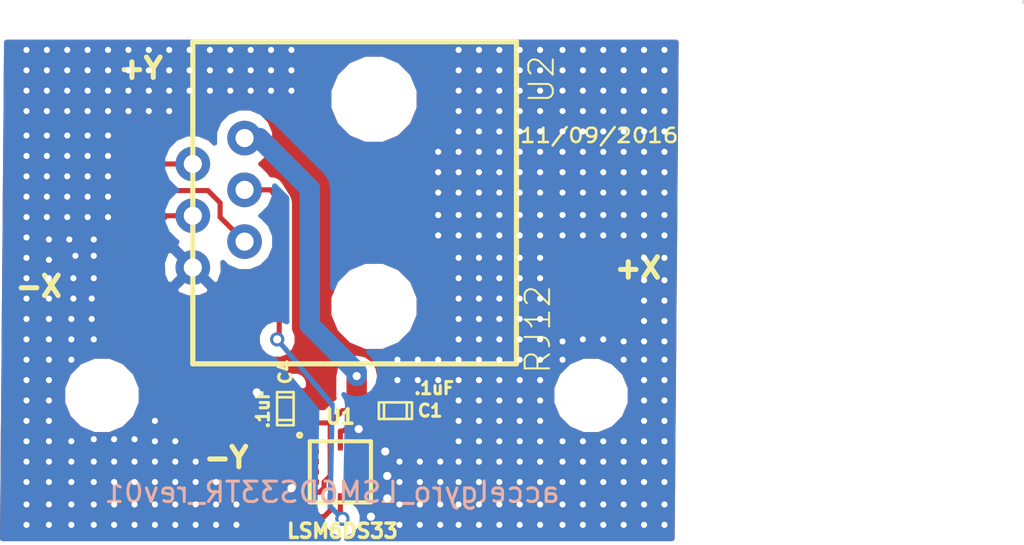
<source format=kicad_pcb>
(kicad_pcb (version 4) (host pcbnew 4.0.6-e0-6349~53~ubuntu16.04.1)
  (layers (0 F.Cu signal) (31 B.Cu signal) (34 B.Paste user) (35 F.Paste user) (36 B.SilkS user) (37 F.SilkS user) (38 B.Mask user) (39 F.Mask user) (44 Edge.Cuts user))
  (net 0 "")
  (net 1 GND)
  (net 2 SCL)
  (net 3 SDA)
  (net 4 Vdd)
  (net 5 INT2)
  (net 6 INT1)
  (net 7 "Net-(U1-Pad14)")
  (module ted_connectors:VIA-0.6mm (layer F.Cu) (at 156.5 110.5)
    (fp_text reference REF** hide)
    (fp_text value VIA-0.6mm hide)
    (pad 1 thru_hole circle (at 0 0) (size 0.6 0.6) (drill 0.3) (layers *.Cu) (net 1 GND))
  )
  (module ted_connectors:VIA-0.6mm (layer F.Cu) (at 155.5 110.5)
    (fp_text reference REF** hide)
    (fp_text value VIA-0.6mm hide)
    (pad 1 thru_hole circle (at 0 0) (size 0.6 0.6) (drill 0.3) (layers *.Cu) (net 1 GND))
  )
  (module ted_connectors:VIA-0.6mm (layer F.Cu) (at 154.5 110.5)
    (fp_text reference REF** hide)
    (fp_text value VIA-0.6mm hide)
    (pad 1 thru_hole circle (at 0 0) (size 0.6 0.6) (drill 0.3) (layers *.Cu) (net 1 GND))
  )
  (module ted_connectors:VIA-0.6mm (layer F.Cu) (at 156.5 109.5)
    (fp_text reference REF** hide)
    (fp_text value VIA-0.6mm hide)
    (pad 1 thru_hole circle (at 0 0) (size 0.6 0.6) (drill 0.3) (layers *.Cu) (net 1 GND))
  )
  (module ted_connectors:VIA-0.6mm (layer F.Cu) (at 155.5 109.5)
    (fp_text reference REF** hide)
    (fp_text value VIA-0.6mm hide)
    (pad 1 thru_hole circle (at 0 0) (size 0.6 0.6) (drill 0.3) (layers *.Cu) (net 1 GND))
  )
  (module ted_connectors:VIA-0.6mm (layer F.Cu) (at 154.5 109.5)
    (fp_text reference REF** hide)
    (fp_text value VIA-0.6mm hide)
    (pad 1 thru_hole circle (at 0 0) (size 0.6 0.6) (drill 0.3) (layers *.Cu) (net 1 GND))
  )
  (module ted_connectors:VIA-0.6mm (layer F.Cu) (at 167.6 107.6)
    (fp_text reference REF** hide)
    (fp_text value VIA-0.6mm hide)
    (pad 1 thru_hole circle (at 0 0) (size 0.6 0.6) (drill 0.3) (layers *.Cu) (net 1 GND))
  )
  (module ted_connectors:VIA-0.6mm (layer F.Cu) (at 166.6 107.6)
    (fp_text reference REF** hide)
    (fp_text value VIA-0.6mm hide)
    (pad 1 thru_hole circle (at 0 0) (size 0.6 0.6) (drill 0.3) (layers *.Cu) (net 1 GND))
  )
  (module ted_connectors:VIA-0.6mm (layer F.Cu) (at 166.6 105.6)
    (fp_text reference REF** hide)
    (fp_text value VIA-0.6mm hide)
    (pad 1 thru_hole circle (at 0 0) (size 0.6 0.6) (drill 0.3) (layers *.Cu) (net 1 GND))
  )
  (module ted_connectors:VIA-0.6mm (layer F.Cu) (at 167.6 105.6)
    (fp_text reference REF** hide)
    (fp_text value VIA-0.6mm hide)
    (pad 1 thru_hole circle (at 0 0) (size 0.6 0.6) (drill 0.3) (layers *.Cu) (net 1 GND))
  )
  (module ted_connectors:VIA-0.6mm (layer F.Cu) (at 166.6 106.6)
    (fp_text reference REF** hide)
    (fp_text value VIA-0.6mm hide)
    (pad 1 thru_hole circle (at 0 0) (size 0.6 0.6) (drill 0.3) (layers *.Cu) (net 1 GND))
  )
  (module ted_connectors:VIA-0.6mm (layer F.Cu) (at 167.6 106.6)
    (fp_text reference REF** hide)
    (fp_text value VIA-0.6mm hide)
    (pad 1 thru_hole circle (at 0 0) (size 0.6 0.6) (drill 0.3) (layers *.Cu) (net 1 GND))
  )
  (module ted_connectors:VIA-0.6mm (layer F.Cu) (at 167.6 104.5)
    (fp_text reference REF** hide)
    (fp_text value VIA-0.6mm hide)
    (pad 1 thru_hole circle (at 0 0) (size 0.6 0.6) (drill 0.3) (layers *.Cu) (net 1 GND))
  )
  (module ted_connectors:VIA-0.6mm (layer F.Cu) (at 166.6 104.5)
    (fp_text reference REF** hide)
    (fp_text value VIA-0.6mm hide)
    (pad 1 thru_hole circle (at 0 0) (size 0.6 0.6) (drill 0.3) (layers *.Cu) (net 1 GND))
  )
  (module ted_connectors:VIA-0.6mm (layer F.Cu) (at 156.5 99.3)
    (fp_text reference REF** hide)
    (fp_text value VIA-0.6mm hide)
    (pad 1 thru_hole circle (at 0 0) (size 0.6 0.6) (drill 0.3) (layers *.Cu) (net 1 GND))
  )
  (module ted_connectors:VIA-0.6mm (layer F.Cu) (at 156.5 100.3)
    (fp_text reference REF** hide)
    (fp_text value VIA-0.6mm hide)
    (pad 1 thru_hole circle (at 0 0) (size 0.6 0.6) (drill 0.3) (layers *.Cu) (net 1 GND))
  )
  (module ted_connectors:VIA-0.6mm (layer F.Cu) (at 156.5 101.3)
    (fp_text reference REF** hide)
    (fp_text value VIA-0.6mm hide)
    (pad 1 thru_hole circle (at 0 0) (size 0.6 0.6) (drill 0.3) (layers *.Cu) (net 1 GND))
  )
  (module ted_connectors:VIA-0.6mm (layer F.Cu) (at 156.5 103.4)
    (fp_text reference REF** hide)
    (fp_text value VIA-0.6mm hide)
    (pad 1 thru_hole circle (at 0 0) (size 0.6 0.6) (drill 0.3) (layers *.Cu) (net 1 GND))
  )
  (module ted_connectors:VIA-0.6mm (layer F.Cu) (at 156.5 102.4)
    (fp_text reference REF** hide)
    (fp_text value VIA-0.6mm hide)
    (pad 1 thru_hole circle (at 0 0) (size 0.6 0.6) (drill 0.3) (layers *.Cu) (net 1 GND))
  )
  (module ted_connectors:VIA-0.6mm (layer F.Cu) (at 144.3 94.3)
    (fp_text reference REF** hide)
    (fp_text value VIA-0.6mm hide)
    (pad 1 thru_hole circle (at 0 0) (size 0.6 0.6) (drill 0.3) (layers *.Cu) (net 1 GND))
  )
  (module ted_connectors:VIA-0.6mm (layer F.Cu) (at 145.3 94.3)
    (fp_text reference REF** hide)
    (fp_text value VIA-0.6mm hide)
    (pad 1 thru_hole circle (at 0 0) (size 0.6 0.6) (drill 0.3) (layers *.Cu) (net 1 GND))
  )
  (module ted_connectors:VIA-0.6mm (layer F.Cu) (at 146.3 94.3)
    (fp_text reference REF** hide)
    (fp_text value VIA-0.6mm hide)
    (pad 1 thru_hole circle (at 0 0) (size 0.6 0.6) (drill 0.3) (layers *.Cu) (net 1 GND))
  )
  (module ted_connectors:VIA-0.6mm (layer F.Cu) (at 144.3 95.3)
    (fp_text reference REF** hide)
    (fp_text value VIA-0.6mm hide)
    (pad 1 thru_hole circle (at 0 0) (size 0.6 0.6) (drill 0.3) (layers *.Cu) (net 1 GND))
  )
  (module ted_connectors:VIA-0.6mm (layer F.Cu) (at 145.3 95.3)
    (fp_text reference REF** hide)
    (fp_text value VIA-0.6mm hide)
    (pad 1 thru_hole circle (at 0 0) (size 0.6 0.6) (drill 0.3) (layers *.Cu) (net 1 GND))
  )
  (module ted_connectors:VIA-0.6mm (layer F.Cu) (at 144.3 96.3)
    (fp_text reference REF** hide)
    (fp_text value VIA-0.6mm hide)
    (pad 1 thru_hole circle (at 0 0) (size 0.6 0.6) (drill 0.3) (layers *.Cu) (net 1 GND))
  )
  (module ted_connectors:VIA-0.6mm (layer F.Cu) (at 145.3 96.3)
    (fp_text reference REF** hide)
    (fp_text value VIA-0.6mm hide)
    (pad 1 thru_hole circle (at 0 0) (size 0.6 0.6) (drill 0.3) (layers *.Cu) (net 1 GND))
  )
  (module ted_connectors:VIA-0.6mm (layer F.Cu) (at 146.3 96.3)
    (fp_text reference REF** hide)
    (fp_text value VIA-0.6mm hide)
    (pad 1 thru_hole circle (at 0 0) (size 0.6 0.6) (drill 0.3) (layers *.Cu) (net 1 GND))
  )
  (module ted_connectors:VIA-0.6mm (layer F.Cu) (at 146.3 95.3)
    (fp_text reference REF** hide)
    (fp_text value VIA-0.6mm hide)
    (pad 1 thru_hole circle (at 0 0) (size 0.6 0.6) (drill 0.3) (layers *.Cu) (net 1 GND))
  )
  (module ted_connectors:VIA-0.6mm (layer F.Cu) (at 149.3 95.3)
    (fp_text reference REF** hide)
    (fp_text value VIA-0.6mm hide)
    (pad 1 thru_hole circle (at 0 0) (size 0.6 0.6) (drill 0.3) (layers *.Cu) (net 1 GND))
  )
  (module ted_connectors:VIA-0.6mm (layer F.Cu) (at 149.3 96.3)
    (fp_text reference REF** hide)
    (fp_text value VIA-0.6mm hide)
    (pad 1 thru_hole circle (at 0 0) (size 0.6 0.6) (drill 0.3) (layers *.Cu) (net 1 GND))
  )
  (module ted_connectors:VIA-0.6mm (layer F.Cu) (at 148.3 96.3)
    (fp_text reference REF** hide)
    (fp_text value VIA-0.6mm hide)
    (pad 1 thru_hole circle (at 0 0) (size 0.6 0.6) (drill 0.3) (layers *.Cu) (net 1 GND))
  )
  (module ted_connectors:VIA-0.6mm (layer F.Cu) (at 147.3 96.3)
    (fp_text reference REF** hide)
    (fp_text value VIA-0.6mm hide)
    (pad 1 thru_hole circle (at 0 0) (size 0.6 0.6) (drill 0.3) (layers *.Cu) (net 1 GND))
  )
  (module ted_connectors:VIA-0.6mm (layer F.Cu) (at 148.3 95.3)
    (fp_text reference REF** hide)
    (fp_text value VIA-0.6mm hide)
    (pad 1 thru_hole circle (at 0 0) (size 0.6 0.6) (drill 0.3) (layers *.Cu) (net 1 GND))
  )
  (module ted_connectors:VIA-0.6mm (layer F.Cu) (at 147.3 95.3)
    (fp_text reference REF** hide)
    (fp_text value VIA-0.6mm hide)
    (pad 1 thru_hole circle (at 0 0) (size 0.6 0.6) (drill 0.3) (layers *.Cu) (net 1 GND))
  )
  (module ted_connectors:VIA-0.6mm (layer F.Cu) (at 149.3 94.3)
    (fp_text reference REF** hide)
    (fp_text value VIA-0.6mm hide)
    (pad 1 thru_hole circle (at 0 0) (size 0.6 0.6) (drill 0.3) (layers *.Cu) (net 1 GND))
  )
  (module ted_connectors:VIA-0.6mm (layer F.Cu) (at 148.3 94.3)
    (fp_text reference REF** hide)
    (fp_text value VIA-0.6mm hide)
    (pad 1 thru_hole circle (at 0 0) (size 0.6 0.6) (drill 0.3) (layers *.Cu) (net 1 GND))
  )
  (module ted_connectors:VIA-0.6mm (layer F.Cu) (at 147.3 94.3)
    (fp_text reference REF** hide)
    (fp_text value VIA-0.6mm hide)
    (pad 1 thru_hole circle (at 0 0) (size 0.6 0.6) (drill 0.3) (layers *.Cu) (net 1 GND))
  )
  (module ted_connectors:VIA-0.6mm (layer F.Cu) (at 157.5 98.3)
    (fp_text reference REF** hide)
    (fp_text value VIA-0.6mm hide)
    (pad 1 thru_hole circle (at 0 0) (size 0.6 0.6) (drill 0.3) (layers *.Cu) (net 1 GND))
  )
  (module ted_connectors:VIA-0.6mm (layer F.Cu) (at 158.5 98.3)
    (fp_text reference REF** hide)
    (fp_text value VIA-0.6mm hide)
    (pad 1 thru_hole circle (at 0 0) (size 0.6 0.6) (drill 0.3) (layers *.Cu) (net 1 GND))
  )
  (module ted_connectors:VIA-0.6mm (layer F.Cu) (at 159.5 98.3)
    (fp_text reference REF** hide)
    (fp_text value VIA-0.6mm hide)
    (pad 1 thru_hole circle (at 0 0) (size 0.6 0.6) (drill 0.3) (layers *.Cu) (net 1 GND))
  )
  (module ted_connectors:VIA-0.6mm (layer F.Cu) (at 160.5 98.3)
    (fp_text reference REF** hide)
    (fp_text value VIA-0.6mm hide)
    (pad 1 thru_hole circle (at 0 0) (size 0.6 0.6) (drill 0.3) (layers *.Cu) (net 1 GND))
  )
  (module ted_connectors:VIA-0.6mm (layer F.Cu) (at 161.5 98.3)
    (fp_text reference REF** hide)
    (fp_text value VIA-0.6mm hide)
    (pad 1 thru_hole circle (at 0 0) (size 0.6 0.6) (drill 0.3) (layers *.Cu) (net 1 GND))
  )
  (module ted_connectors:VIA-0.6mm (layer F.Cu) (at 162.6 98.3)
    (fp_text reference REF** hide)
    (fp_text value VIA-0.6mm hide)
    (pad 1 thru_hole circle (at 0 0) (size 0.6 0.6) (drill 0.3) (layers *.Cu) (net 1 GND))
  )
  (module ted_connectors:VIA-0.6mm (layer F.Cu) (at 157.5 99.3)
    (fp_text reference REF** hide)
    (fp_text value VIA-0.6mm hide)
    (pad 1 thru_hole circle (at 0 0) (size 0.6 0.6) (drill 0.3) (layers *.Cu) (net 1 GND))
  )
  (module ted_connectors:VIA-0.6mm (layer F.Cu) (at 158.5 99.3)
    (fp_text reference REF** hide)
    (fp_text value VIA-0.6mm hide)
    (pad 1 thru_hole circle (at 0 0) (size 0.6 0.6) (drill 0.3) (layers *.Cu) (net 1 GND))
  )
  (module ted_connectors:VIA-0.6mm (layer F.Cu) (at 159.5 99.3)
    (fp_text reference REF** hide)
    (fp_text value VIA-0.6mm hide)
    (pad 1 thru_hole circle (at 0 0) (size 0.6 0.6) (drill 0.3) (layers *.Cu) (net 1 GND))
  )
  (module ted_connectors:VIA-0.6mm (layer F.Cu) (at 160.5 99.3)
    (fp_text reference REF** hide)
    (fp_text value VIA-0.6mm hide)
    (pad 1 thru_hole circle (at 0 0) (size 0.6 0.6) (drill 0.3) (layers *.Cu) (net 1 GND))
  )
  (module ted_connectors:VIA-0.6mm (layer F.Cu) (at 161.5 99.3)
    (fp_text reference REF** hide)
    (fp_text value VIA-0.6mm hide)
    (pad 1 thru_hole circle (at 0 0) (size 0.6 0.6) (drill 0.3) (layers *.Cu) (net 1 GND))
  )
  (module ted_connectors:VIA-0.6mm (layer F.Cu) (at 157.5 100.3)
    (fp_text reference REF** hide)
    (fp_text value VIA-0.6mm hide)
    (pad 1 thru_hole circle (at 0 0) (size 0.6 0.6) (drill 0.3) (layers *.Cu) (net 1 GND))
  )
  (module ted_connectors:VIA-0.6mm (layer F.Cu) (at 158.5 100.3)
    (fp_text reference REF** hide)
    (fp_text value VIA-0.6mm hide)
    (pad 1 thru_hole circle (at 0 0) (size 0.6 0.6) (drill 0.3) (layers *.Cu) (net 1 GND))
  )
  (module ted_connectors:VIA-0.6mm (layer F.Cu) (at 159.5 100.3)
    (fp_text reference REF** hide)
    (fp_text value VIA-0.6mm hide)
    (pad 1 thru_hole circle (at 0 0) (size 0.6 0.6) (drill 0.3) (layers *.Cu) (net 1 GND))
  )
  (module ted_connectors:VIA-0.6mm (layer F.Cu) (at 160.5 100.3)
    (fp_text reference REF** hide)
    (fp_text value VIA-0.6mm hide)
    (pad 1 thru_hole circle (at 0 0) (size 0.6 0.6) (drill 0.3) (layers *.Cu) (net 1 GND))
  )
  (module ted_connectors:VIA-0.6mm (layer F.Cu) (at 161.5 100.3)
    (fp_text reference REF** hide)
    (fp_text value VIA-0.6mm hide)
    (pad 1 thru_hole circle (at 0 0) (size 0.6 0.6) (drill 0.3) (layers *.Cu) (net 1 GND))
  )
  (module ted_connectors:VIA-0.6mm (layer F.Cu) (at 157.5 101.3)
    (fp_text reference REF** hide)
    (fp_text value VIA-0.6mm hide)
    (pad 1 thru_hole circle (at 0 0) (size 0.6 0.6) (drill 0.3) (layers *.Cu) (net 1 GND))
  )
  (module ted_connectors:VIA-0.6mm (layer F.Cu) (at 158.5 101.3)
    (fp_text reference REF** hide)
    (fp_text value VIA-0.6mm hide)
    (pad 1 thru_hole circle (at 0 0) (size 0.6 0.6) (drill 0.3) (layers *.Cu) (net 1 GND))
  )
  (module ted_connectors:VIA-0.6mm (layer F.Cu) (at 159.5 101.3)
    (fp_text reference REF** hide)
    (fp_text value VIA-0.6mm hide)
    (pad 1 thru_hole circle (at 0 0) (size 0.6 0.6) (drill 0.3) (layers *.Cu) (net 1 GND))
  )
  (module ted_connectors:VIA-0.6mm (layer F.Cu) (at 160.5 101.3)
    (fp_text reference REF** hide)
    (fp_text value VIA-0.6mm hide)
    (pad 1 thru_hole circle (at 0 0) (size 0.6 0.6) (drill 0.3) (layers *.Cu) (net 1 GND))
  )
  (module ted_connectors:VIA-0.6mm (layer F.Cu) (at 161.5 101.3)
    (fp_text reference REF** hide)
    (fp_text value VIA-0.6mm hide)
    (pad 1 thru_hole circle (at 0 0) (size 0.6 0.6) (drill 0.3) (layers *.Cu) (net 1 GND))
  )
  (module ted_connectors:VIA-0.6mm (layer F.Cu) (at 161.5 103.4)
    (fp_text reference REF** hide)
    (fp_text value VIA-0.6mm hide)
    (pad 1 thru_hole circle (at 0 0) (size 0.6 0.6) (drill 0.3) (layers *.Cu) (net 1 GND))
  )
  (module ted_connectors:VIA-0.6mm (layer F.Cu) (at 160.5 103.4)
    (fp_text reference REF** hide)
    (fp_text value VIA-0.6mm hide)
    (pad 1 thru_hole circle (at 0 0) (size 0.6 0.6) (drill 0.3) (layers *.Cu) (net 1 GND))
  )
  (module ted_connectors:VIA-0.6mm (layer F.Cu) (at 159.5 103.4)
    (fp_text reference REF** hide)
    (fp_text value VIA-0.6mm hide)
    (pad 1 thru_hole circle (at 0 0) (size 0.6 0.6) (drill 0.3) (layers *.Cu) (net 1 GND))
  )
  (module ted_connectors:VIA-0.6mm (layer F.Cu) (at 158.5 103.4)
    (fp_text reference REF** hide)
    (fp_text value VIA-0.6mm hide)
    (pad 1 thru_hole circle (at 0 0) (size 0.6 0.6) (drill 0.3) (layers *.Cu) (net 1 GND))
  )
  (module ted_connectors:VIA-0.6mm (layer F.Cu) (at 157.5 103.4)
    (fp_text reference REF** hide)
    (fp_text value VIA-0.6mm hide)
    (pad 1 thru_hole circle (at 0 0) (size 0.6 0.6) (drill 0.3) (layers *.Cu) (net 1 GND))
  )
  (module ted_connectors:VIA-0.6mm (layer F.Cu) (at 161.5 102.4)
    (fp_text reference REF** hide)
    (fp_text value VIA-0.6mm hide)
    (pad 1 thru_hole circle (at 0 0) (size 0.6 0.6) (drill 0.3) (layers *.Cu) (net 1 GND))
  )
  (module ted_connectors:VIA-0.6mm (layer F.Cu) (at 160.5 102.4)
    (fp_text reference REF** hide)
    (fp_text value VIA-0.6mm hide)
    (pad 1 thru_hole circle (at 0 0) (size 0.6 0.6) (drill 0.3) (layers *.Cu) (net 1 GND))
  )
  (module ted_connectors:VIA-0.6mm (layer F.Cu) (at 159.5 102.4)
    (fp_text reference REF** hide)
    (fp_text value VIA-0.6mm hide)
    (pad 1 thru_hole circle (at 0 0) (size 0.6 0.6) (drill 0.3) (layers *.Cu) (net 1 GND))
  )
  (module ted_connectors:VIA-0.6mm (layer F.Cu) (at 158.5 102.4)
    (fp_text reference REF** hide)
    (fp_text value VIA-0.6mm hide)
    (pad 1 thru_hole circle (at 0 0) (size 0.6 0.6) (drill 0.3) (layers *.Cu) (net 1 GND))
  )
  (module ted_connectors:VIA-0.6mm (layer F.Cu) (at 157.5 102.4)
    (fp_text reference REF** hide)
    (fp_text value VIA-0.6mm hide)
    (pad 1 thru_hole circle (at 0 0) (size 0.6 0.6) (drill 0.3) (layers *.Cu) (net 1 GND))
  )
  (module ted_connectors:VIA-0.6mm (layer F.Cu) (at 162.6 102.4)
    (fp_text reference REF** hide)
    (fp_text value VIA-0.6mm hide)
    (pad 1 thru_hole circle (at 0 0) (size 0.6 0.6) (drill 0.3) (layers *.Cu) (net 1 GND))
  )
  (module ted_connectors:VIA-0.6mm (layer F.Cu) (at 163.6 102.4)
    (fp_text reference REF** hide)
    (fp_text value VIA-0.6mm hide)
    (pad 1 thru_hole circle (at 0 0) (size 0.6 0.6) (drill 0.3) (layers *.Cu) (net 1 GND))
  )
  (module ted_connectors:VIA-0.6mm (layer F.Cu) (at 164.6 102.4)
    (fp_text reference REF** hide)
    (fp_text value VIA-0.6mm hide)
    (pad 1 thru_hole circle (at 0 0) (size 0.6 0.6) (drill 0.3) (layers *.Cu) (net 1 GND))
  )
  (module ted_connectors:VIA-0.6mm (layer F.Cu) (at 162.6 103.4)
    (fp_text reference REF** hide)
    (fp_text value VIA-0.6mm hide)
    (pad 1 thru_hole circle (at 0 0) (size 0.6 0.6) (drill 0.3) (layers *.Cu) (net 1 GND))
  )
  (module ted_connectors:VIA-0.6mm (layer F.Cu) (at 163.6 103.4)
    (fp_text reference REF** hide)
    (fp_text value VIA-0.6mm hide)
    (pad 1 thru_hole circle (at 0 0) (size 0.6 0.6) (drill 0.3) (layers *.Cu) (net 1 GND))
  )
  (module ted_connectors:VIA-0.6mm (layer F.Cu) (at 164.6 103.4)
    (fp_text reference REF** hide)
    (fp_text value VIA-0.6mm hide)
    (pad 1 thru_hole circle (at 0 0) (size 0.6 0.6) (drill 0.3) (layers *.Cu) (net 1 GND))
  )
  (module ted_connectors:VIA-0.6mm (layer F.Cu) (at 164.6 101.3)
    (fp_text reference REF** hide)
    (fp_text value VIA-0.6mm hide)
    (pad 1 thru_hole circle (at 0 0) (size 0.6 0.6) (drill 0.3) (layers *.Cu) (net 1 GND))
  )
  (module ted_connectors:VIA-0.6mm (layer F.Cu) (at 163.6 101.3)
    (fp_text reference REF** hide)
    (fp_text value VIA-0.6mm hide)
    (pad 1 thru_hole circle (at 0 0) (size 0.6 0.6) (drill 0.3) (layers *.Cu) (net 1 GND))
  )
  (module ted_connectors:VIA-0.6mm (layer F.Cu) (at 162.6 101.3)
    (fp_text reference REF** hide)
    (fp_text value VIA-0.6mm hide)
    (pad 1 thru_hole circle (at 0 0) (size 0.6 0.6) (drill 0.3) (layers *.Cu) (net 1 GND))
  )
  (module ted_connectors:VIA-0.6mm (layer F.Cu) (at 164.6 100.3)
    (fp_text reference REF** hide)
    (fp_text value VIA-0.6mm hide)
    (pad 1 thru_hole circle (at 0 0) (size 0.6 0.6) (drill 0.3) (layers *.Cu) (net 1 GND))
  )
  (module ted_connectors:VIA-0.6mm (layer F.Cu) (at 163.6 100.3)
    (fp_text reference REF** hide)
    (fp_text value VIA-0.6mm hide)
    (pad 1 thru_hole circle (at 0 0) (size 0.6 0.6) (drill 0.3) (layers *.Cu) (net 1 GND))
  )
  (module ted_connectors:VIA-0.6mm (layer F.Cu) (at 162.6 100.3)
    (fp_text reference REF** hide)
    (fp_text value VIA-0.6mm hide)
    (pad 1 thru_hole circle (at 0 0) (size 0.6 0.6) (drill 0.3) (layers *.Cu) (net 1 GND))
  )
  (module ted_connectors:VIA-0.6mm (layer F.Cu) (at 164.6 99.3)
    (fp_text reference REF** hide)
    (fp_text value VIA-0.6mm hide)
    (pad 1 thru_hole circle (at 0 0) (size 0.6 0.6) (drill 0.3) (layers *.Cu) (net 1 GND))
  )
  (module ted_connectors:VIA-0.6mm (layer F.Cu) (at 163.6 99.3)
    (fp_text reference REF** hide)
    (fp_text value VIA-0.6mm hide)
    (pad 1 thru_hole circle (at 0 0) (size 0.6 0.6) (drill 0.3) (layers *.Cu) (net 1 GND))
  )
  (module ted_connectors:VIA-0.6mm (layer F.Cu) (at 162.6 99.3)
    (fp_text reference REF** hide)
    (fp_text value VIA-0.6mm hide)
    (pad 1 thru_hole circle (at 0 0) (size 0.6 0.6) (drill 0.3) (layers *.Cu) (net 1 GND))
  )
  (module ted_connectors:VIA-0.6mm (layer F.Cu) (at 164.6 98.3)
    (fp_text reference REF** hide)
    (fp_text value VIA-0.6mm hide)
    (pad 1 thru_hole circle (at 0 0) (size 0.6 0.6) (drill 0.3) (layers *.Cu) (net 1 GND))
  )
  (module ted_connectors:VIA-0.6mm (layer F.Cu) (at 163.6 98.3)
    (fp_text reference REF** hide)
    (fp_text value VIA-0.6mm hide)
    (pad 1 thru_hole circle (at 0 0) (size 0.6 0.6) (drill 0.3) (layers *.Cu) (net 1 GND))
  )
  (module ted_connectors:VIA-0.6mm (layer F.Cu) (at 163.6 94.3)
    (fp_text reference REF** hide)
    (fp_text value VIA-0.6mm hide)
    (pad 1 thru_hole circle (at 0 0) (size 0.6 0.6) (drill 0.3) (layers *.Cu) (net 1 GND))
  )
  (module ted_connectors:VIA-0.6mm (layer F.Cu) (at 164.6 94.3)
    (fp_text reference REF** hide)
    (fp_text value VIA-0.6mm hide)
    (pad 1 thru_hole circle (at 0 0) (size 0.6 0.6) (drill 0.3) (layers *.Cu) (net 1 GND))
  )
  (module ted_connectors:VIA-0.6mm (layer F.Cu) (at 162.6 95.3)
    (fp_text reference REF** hide)
    (fp_text value VIA-0.6mm hide)
    (pad 1 thru_hole circle (at 0 0) (size 0.6 0.6) (drill 0.3) (layers *.Cu) (net 1 GND))
  )
  (module ted_connectors:VIA-0.6mm (layer F.Cu) (at 163.6 95.3)
    (fp_text reference REF** hide)
    (fp_text value VIA-0.6mm hide)
    (pad 1 thru_hole circle (at 0 0) (size 0.6 0.6) (drill 0.3) (layers *.Cu) (net 1 GND))
  )
  (module ted_connectors:VIA-0.6mm (layer F.Cu) (at 164.6 95.3)
    (fp_text reference REF** hide)
    (fp_text value VIA-0.6mm hide)
    (pad 1 thru_hole circle (at 0 0) (size 0.6 0.6) (drill 0.3) (layers *.Cu) (net 1 GND))
  )
  (module ted_connectors:VIA-0.6mm (layer F.Cu) (at 162.6 96.3)
    (fp_text reference REF** hide)
    (fp_text value VIA-0.6mm hide)
    (pad 1 thru_hole circle (at 0 0) (size 0.6 0.6) (drill 0.3) (layers *.Cu) (net 1 GND))
  )
  (module ted_connectors:VIA-0.6mm (layer F.Cu) (at 163.6 96.3)
    (fp_text reference REF** hide)
    (fp_text value VIA-0.6mm hide)
    (pad 1 thru_hole circle (at 0 0) (size 0.6 0.6) (drill 0.3) (layers *.Cu) (net 1 GND))
  )
  (module ted_connectors:VIA-0.6mm (layer F.Cu) (at 164.6 96.3)
    (fp_text reference REF** hide)
    (fp_text value VIA-0.6mm hide)
    (pad 1 thru_hole circle (at 0 0) (size 0.6 0.6) (drill 0.3) (layers *.Cu) (net 1 GND))
  )
  (module ted_connectors:VIA-0.6mm (layer F.Cu) (at 162.6 97.3)
    (fp_text reference REF** hide)
    (fp_text value VIA-0.6mm hide)
    (pad 1 thru_hole circle (at 0 0) (size 0.6 0.6) (drill 0.3) (layers *.Cu) (net 1 GND))
  )
  (module ted_connectors:VIA-0.6mm (layer F.Cu) (at 163.6 97.3)
    (fp_text reference REF** hide)
    (fp_text value VIA-0.6mm hide)
    (pad 1 thru_hole circle (at 0 0) (size 0.6 0.6) (drill 0.3) (layers *.Cu) (net 1 GND))
  )
  (module ted_connectors:VIA-0.6mm (layer F.Cu) (at 164.6 97.3)
    (fp_text reference REF** hide)
    (fp_text value VIA-0.6mm hide)
    (pad 1 thru_hole circle (at 0 0) (size 0.6 0.6) (drill 0.3) (layers *.Cu) (net 1 GND))
  )
  (module ted_connectors:VIA-0.6mm (layer F.Cu) (at 161.5 97.3)
    (fp_text reference REF** hide)
    (fp_text value VIA-0.6mm hide)
    (pad 1 thru_hole circle (at 0 0) (size 0.6 0.6) (drill 0.3) (layers *.Cu) (net 1 GND))
  )
  (module ted_connectors:VIA-0.6mm (layer F.Cu) (at 160.5 97.3)
    (fp_text reference REF** hide)
    (fp_text value VIA-0.6mm hide)
    (pad 1 thru_hole circle (at 0 0) (size 0.6 0.6) (drill 0.3) (layers *.Cu) (net 1 GND))
  )
  (module ted_connectors:VIA-0.6mm (layer F.Cu) (at 159.5 97.3)
    (fp_text reference REF** hide)
    (fp_text value VIA-0.6mm hide)
    (pad 1 thru_hole circle (at 0 0) (size 0.6 0.6) (drill 0.3) (layers *.Cu) (net 1 GND))
  )
  (module ted_connectors:VIA-0.6mm (layer F.Cu) (at 158.5 97.3)
    (fp_text reference REF** hide)
    (fp_text value VIA-0.6mm hide)
    (pad 1 thru_hole circle (at 0 0) (size 0.6 0.6) (drill 0.3) (layers *.Cu) (net 1 GND))
  )
  (module ted_connectors:VIA-0.6mm (layer F.Cu) (at 157.5 97.3)
    (fp_text reference REF** hide)
    (fp_text value VIA-0.6mm hide)
    (pad 1 thru_hole circle (at 0 0) (size 0.6 0.6) (drill 0.3) (layers *.Cu) (net 1 GND))
  )
  (module ted_connectors:VIA-0.6mm (layer F.Cu) (at 161.5 96.3)
    (fp_text reference REF** hide)
    (fp_text value VIA-0.6mm hide)
    (pad 1 thru_hole circle (at 0 0) (size 0.6 0.6) (drill 0.3) (layers *.Cu) (net 1 GND))
  )
  (module ted_connectors:VIA-0.6mm (layer F.Cu) (at 160.5 96.3)
    (fp_text reference REF** hide)
    (fp_text value VIA-0.6mm hide)
    (pad 1 thru_hole circle (at 0 0) (size 0.6 0.6) (drill 0.3) (layers *.Cu) (net 1 GND))
  )
  (module ted_connectors:VIA-0.6mm (layer F.Cu) (at 159.5 96.3)
    (fp_text reference REF** hide)
    (fp_text value VIA-0.6mm hide)
    (pad 1 thru_hole circle (at 0 0) (size 0.6 0.6) (drill 0.3) (layers *.Cu) (net 1 GND))
  )
  (module ted_connectors:VIA-0.6mm (layer F.Cu) (at 158.5 96.3)
    (fp_text reference REF** hide)
    (fp_text value VIA-0.6mm hide)
    (pad 1 thru_hole circle (at 0 0) (size 0.6 0.6) (drill 0.3) (layers *.Cu) (net 1 GND))
  )
  (module ted_connectors:VIA-0.6mm (layer F.Cu) (at 157.5 96.3)
    (fp_text reference REF** hide)
    (fp_text value VIA-0.6mm hide)
    (pad 1 thru_hole circle (at 0 0) (size 0.6 0.6) (drill 0.3) (layers *.Cu) (net 1 GND))
  )
  (module ted_connectors:VIA-0.6mm (layer F.Cu) (at 161.5 95.3)
    (fp_text reference REF** hide)
    (fp_text value VIA-0.6mm hide)
    (pad 1 thru_hole circle (at 0 0) (size 0.6 0.6) (drill 0.3) (layers *.Cu) (net 1 GND))
  )
  (module ted_connectors:VIA-0.6mm (layer F.Cu) (at 160.5 95.3)
    (fp_text reference REF** hide)
    (fp_text value VIA-0.6mm hide)
    (pad 1 thru_hole circle (at 0 0) (size 0.6 0.6) (drill 0.3) (layers *.Cu) (net 1 GND))
  )
  (module ted_connectors:VIA-0.6mm (layer F.Cu) (at 159.5 95.3)
    (fp_text reference REF** hide)
    (fp_text value VIA-0.6mm hide)
    (pad 1 thru_hole circle (at 0 0) (size 0.6 0.6) (drill 0.3) (layers *.Cu) (net 1 GND))
  )
  (module ted_connectors:VIA-0.6mm (layer F.Cu) (at 158.5 95.3)
    (fp_text reference REF** hide)
    (fp_text value VIA-0.6mm hide)
    (pad 1 thru_hole circle (at 0 0) (size 0.6 0.6) (drill 0.3) (layers *.Cu) (net 1 GND))
  )
  (module ted_connectors:VIA-0.6mm (layer F.Cu) (at 157.5 95.3)
    (fp_text reference REF** hide)
    (fp_text value VIA-0.6mm hide)
    (pad 1 thru_hole circle (at 0 0) (size 0.6 0.6) (drill 0.3) (layers *.Cu) (net 1 GND))
  )
  (module ted_connectors:VIA-0.6mm (layer F.Cu) (at 162.6 94.3)
    (fp_text reference REF** hide)
    (fp_text value VIA-0.6mm hide)
    (pad 1 thru_hole circle (at 0 0) (size 0.6 0.6) (drill 0.3) (layers *.Cu) (net 1 GND))
  )
  (module ted_connectors:VIA-0.6mm (layer F.Cu) (at 161.5 94.3)
    (fp_text reference REF** hide)
    (fp_text value VIA-0.6mm hide)
    (pad 1 thru_hole circle (at 0 0) (size 0.6 0.6) (drill 0.3) (layers *.Cu) (net 1 GND))
  )
  (module ted_connectors:VIA-0.6mm (layer F.Cu) (at 160.5 94.3)
    (fp_text reference REF** hide)
    (fp_text value VIA-0.6mm hide)
    (pad 1 thru_hole circle (at 0 0) (size 0.6 0.6) (drill 0.3) (layers *.Cu) (net 1 GND))
  )
  (module ted_connectors:VIA-0.6mm (layer F.Cu) (at 159.5 94.3)
    (fp_text reference REF** hide)
    (fp_text value VIA-0.6mm hide)
    (pad 1 thru_hole circle (at 0 0) (size 0.6 0.6) (drill 0.3) (layers *.Cu) (net 1 GND))
  )
  (module ted_connectors:VIA-0.6mm (layer F.Cu) (at 158.5 94.3)
    (fp_text reference REF** hide)
    (fp_text value VIA-0.6mm hide)
    (pad 1 thru_hole circle (at 0 0) (size 0.6 0.6) (drill 0.3) (layers *.Cu) (net 1 GND))
  )
  (module ted_connectors:VIA-0.6mm (layer F.Cu) (at 157.5 94.3)
    (fp_text reference REF** hide)
    (fp_text value VIA-0.6mm hide)
    (pad 1 thru_hole circle (at 0 0) (size 0.6 0.6) (drill 0.3) (layers *.Cu) (net 1 GND))
  )
  (module ted_connectors:VIA-0.6mm (layer F.Cu) (at 165.6 94.3)
    (fp_text reference REF** hide)
    (fp_text value VIA-0.6mm hide)
    (pad 1 thru_hole circle (at 0 0) (size 0.6 0.6) (drill 0.3) (layers *.Cu) (net 1 GND))
  )
  (module ted_connectors:VIA-0.6mm (layer F.Cu) (at 167.6 97.3)
    (fp_text reference REF** hide)
    (fp_text value VIA-0.6mm hide)
    (pad 1 thru_hole circle (at 0 0) (size 0.6 0.6) (drill 0.3) (layers *.Cu) (net 1 GND))
  )
  (module ted_connectors:VIA-0.6mm (layer F.Cu) (at 166.6 97.3)
    (fp_text reference REF** hide)
    (fp_text value VIA-0.6mm hide)
    (pad 1 thru_hole circle (at 0 0) (size 0.6 0.6) (drill 0.3) (layers *.Cu) (net 1 GND))
  )
  (module ted_connectors:VIA-0.6mm (layer F.Cu) (at 165.6 97.3)
    (fp_text reference REF** hide)
    (fp_text value VIA-0.6mm hide)
    (pad 1 thru_hole circle (at 0 0) (size 0.6 0.6) (drill 0.3) (layers *.Cu) (net 1 GND))
  )
  (module ted_connectors:VIA-0.6mm (layer F.Cu) (at 167.6 96.3)
    (fp_text reference REF** hide)
    (fp_text value VIA-0.6mm hide)
    (pad 1 thru_hole circle (at 0 0) (size 0.6 0.6) (drill 0.3) (layers *.Cu) (net 1 GND))
  )
  (module ted_connectors:VIA-0.6mm (layer F.Cu) (at 166.6 96.3)
    (fp_text reference REF** hide)
    (fp_text value VIA-0.6mm hide)
    (pad 1 thru_hole circle (at 0 0) (size 0.6 0.6) (drill 0.3) (layers *.Cu) (net 1 GND))
  )
  (module ted_connectors:VIA-0.6mm (layer F.Cu) (at 165.6 96.3)
    (fp_text reference REF** hide)
    (fp_text value VIA-0.6mm hide)
    (pad 1 thru_hole circle (at 0 0) (size 0.6 0.6) (drill 0.3) (layers *.Cu) (net 1 GND))
  )
  (module ted_connectors:VIA-0.6mm (layer F.Cu) (at 167.6 95.3)
    (fp_text reference REF** hide)
    (fp_text value VIA-0.6mm hide)
    (pad 1 thru_hole circle (at 0 0) (size 0.6 0.6) (drill 0.3) (layers *.Cu) (net 1 GND))
  )
  (module ted_connectors:VIA-0.6mm (layer F.Cu) (at 166.6 95.3)
    (fp_text reference REF** hide)
    (fp_text value VIA-0.6mm hide)
    (pad 1 thru_hole circle (at 0 0) (size 0.6 0.6) (drill 0.3) (layers *.Cu) (net 1 GND))
  )
  (module ted_connectors:VIA-0.6mm (layer F.Cu) (at 165.6 95.3)
    (fp_text reference REF** hide)
    (fp_text value VIA-0.6mm hide)
    (pad 1 thru_hole circle (at 0 0) (size 0.6 0.6) (drill 0.3) (layers *.Cu) (net 1 GND))
  )
  (module ted_connectors:VIA-0.6mm (layer F.Cu) (at 167.6 94.3)
    (fp_text reference REF** hide)
    (fp_text value VIA-0.6mm hide)
    (pad 1 thru_hole circle (at 0 0) (size 0.6 0.6) (drill 0.3) (layers *.Cu) (net 1 GND))
  )
  (module ted_connectors:VIA-0.6mm (layer F.Cu) (at 166.6 94.3)
    (fp_text reference REF** hide)
    (fp_text value VIA-0.6mm hide)
    (pad 1 thru_hole circle (at 0 0) (size 0.6 0.6) (drill 0.3) (layers *.Cu) (net 1 GND))
  )
  (module ted_connectors:VIA-0.6mm (layer F.Cu) (at 166.6 98.3)
    (fp_text reference REF** hide)
    (fp_text value VIA-0.6mm hide)
    (pad 1 thru_hole circle (at 0 0) (size 0.6 0.6) (drill 0.3) (layers *.Cu) (net 1 GND))
  )
  (module ted_connectors:VIA-0.6mm (layer F.Cu) (at 167.6 98.3)
    (fp_text reference REF** hide)
    (fp_text value VIA-0.6mm hide)
    (pad 1 thru_hole circle (at 0 0) (size 0.6 0.6) (drill 0.3) (layers *.Cu) (net 1 GND))
  )
  (module ted_connectors:VIA-0.6mm (layer F.Cu) (at 165.6 99.3)
    (fp_text reference REF** hide)
    (fp_text value VIA-0.6mm hide)
    (pad 1 thru_hole circle (at 0 0) (size 0.6 0.6) (drill 0.3) (layers *.Cu) (net 1 GND))
  )
  (module ted_connectors:VIA-0.6mm (layer F.Cu) (at 166.6 99.3)
    (fp_text reference REF** hide)
    (fp_text value VIA-0.6mm hide)
    (pad 1 thru_hole circle (at 0 0) (size 0.6 0.6) (drill 0.3) (layers *.Cu) (net 1 GND))
  )
  (module ted_connectors:VIA-0.6mm (layer F.Cu) (at 167.6 99.3)
    (fp_text reference REF** hide)
    (fp_text value VIA-0.6mm hide)
    (pad 1 thru_hole circle (at 0 0) (size 0.6 0.6) (drill 0.3) (layers *.Cu) (net 1 GND))
  )
  (module ted_connectors:VIA-0.6mm (layer F.Cu) (at 165.6 100.3)
    (fp_text reference REF** hide)
    (fp_text value VIA-0.6mm hide)
    (pad 1 thru_hole circle (at 0 0) (size 0.6 0.6) (drill 0.3) (layers *.Cu) (net 1 GND))
  )
  (module ted_connectors:VIA-0.6mm (layer F.Cu) (at 166.6 100.3)
    (fp_text reference REF** hide)
    (fp_text value VIA-0.6mm hide)
    (pad 1 thru_hole circle (at 0 0) (size 0.6 0.6) (drill 0.3) (layers *.Cu) (net 1 GND))
  )
  (module ted_connectors:VIA-0.6mm (layer F.Cu) (at 167.6 100.3)
    (fp_text reference REF** hide)
    (fp_text value VIA-0.6mm hide)
    (pad 1 thru_hole circle (at 0 0) (size 0.6 0.6) (drill 0.3) (layers *.Cu) (net 1 GND))
  )
  (module ted_connectors:VIA-0.6mm (layer F.Cu) (at 165.6 101.3)
    (fp_text reference REF** hide)
    (fp_text value VIA-0.6mm hide)
    (pad 1 thru_hole circle (at 0 0) (size 0.6 0.6) (drill 0.3) (layers *.Cu) (net 1 GND))
  )
  (module ted_connectors:VIA-0.6mm (layer F.Cu) (at 166.6 101.3)
    (fp_text reference REF** hide)
    (fp_text value VIA-0.6mm hide)
    (pad 1 thru_hole circle (at 0 0) (size 0.6 0.6) (drill 0.3) (layers *.Cu) (net 1 GND))
  )
  (module ted_connectors:VIA-0.6mm (layer F.Cu) (at 167.6 101.3)
    (fp_text reference REF** hide)
    (fp_text value VIA-0.6mm hide)
    (pad 1 thru_hole circle (at 0 0) (size 0.6 0.6) (drill 0.3) (layers *.Cu) (net 1 GND))
  )
  (module ted_connectors:VIA-0.6mm (layer F.Cu) (at 167.6 103.4)
    (fp_text reference REF** hide)
    (fp_text value VIA-0.6mm hide)
    (pad 1 thru_hole circle (at 0 0) (size 0.6 0.6) (drill 0.3) (layers *.Cu) (net 1 GND))
  )
  (module ted_connectors:VIA-0.6mm (layer F.Cu) (at 166.6 103.4)
    (fp_text reference REF** hide)
    (fp_text value VIA-0.6mm hide)
    (pad 1 thru_hole circle (at 0 0) (size 0.6 0.6) (drill 0.3) (layers *.Cu) (net 1 GND))
  )
  (module ted_connectors:VIA-0.6mm (layer F.Cu) (at 165.6 103.4)
    (fp_text reference REF** hide)
    (fp_text value VIA-0.6mm hide)
    (pad 1 thru_hole circle (at 0 0) (size 0.6 0.6) (drill 0.3) (layers *.Cu) (net 1 GND))
  )
  (module ted_connectors:VIA-0.6mm (layer F.Cu) (at 167.6 102.4)
    (fp_text reference REF** hide)
    (fp_text value VIA-0.6mm hide)
    (pad 1 thru_hole circle (at 0 0) (size 0.6 0.6) (drill 0.3) (layers *.Cu) (net 1 GND))
  )
  (module ted_connectors:VIA-0.6mm (layer F.Cu) (at 166.6 102.4)
    (fp_text reference REF** hide)
    (fp_text value VIA-0.6mm hide)
    (pad 1 thru_hole circle (at 0 0) (size 0.6 0.6) (drill 0.3) (layers *.Cu) (net 1 GND))
  )
  (module ted_connectors:VIA-0.6mm (layer F.Cu) (at 165.6 102.4)
    (fp_text reference REF** hide)
    (fp_text value VIA-0.6mm hide)
    (pad 1 thru_hole circle (at 0 0) (size 0.6 0.6) (drill 0.3) (layers *.Cu) (net 1 GND))
  )
  (module ted_connectors:VIA-0.6mm (layer F.Cu) (at 165.6 98.3)
    (fp_text reference REF** hide)
    (fp_text value VIA-0.6mm hide)
    (pad 1 thru_hole circle (at 0 0) (size 0.6 0.6) (drill 0.3) (layers *.Cu) (net 1 GND))
  )
  (module ted_connectors:VIA-0.6mm (layer F.Cu) (at 161.5 107.5)
    (fp_text reference REF** hide)
    (fp_text value VIA-0.6mm hide)
    (pad 1 thru_hole circle (at 0 0) (size 0.6 0.6) (drill 0.3) (layers *.Cu) (net 1 GND))
  )
  (module ted_connectors:VIA-0.6mm (layer F.Cu) (at 160.5 107.5)
    (fp_text reference REF** hide)
    (fp_text value VIA-0.6mm hide)
    (pad 1 thru_hole circle (at 0 0) (size 0.6 0.6) (drill 0.3) (layers *.Cu) (net 1 GND))
  )
  (module ted_connectors:VIA-0.6mm (layer F.Cu) (at 159.5 107.5)
    (fp_text reference REF** hide)
    (fp_text value VIA-0.6mm hide)
    (pad 1 thru_hole circle (at 0 0) (size 0.6 0.6) (drill 0.3) (layers *.Cu) (net 1 GND))
  )
  (module ted_connectors:VIA-0.6mm (layer F.Cu) (at 158.5 107.5)
    (fp_text reference REF** hide)
    (fp_text value VIA-0.6mm hide)
    (pad 1 thru_hole circle (at 0 0) (size 0.6 0.6) (drill 0.3) (layers *.Cu) (net 1 GND))
  )
  (module ted_connectors:VIA-0.6mm (layer F.Cu) (at 157.5 107.5)
    (fp_text reference REF** hide)
    (fp_text value VIA-0.6mm hide)
    (pad 1 thru_hole circle (at 0 0) (size 0.6 0.6) (drill 0.3) (layers *.Cu) (net 1 GND))
  )
  (module ted_connectors:VIA-0.6mm (layer F.Cu) (at 161.5 106.5)
    (fp_text reference REF** hide)
    (fp_text value VIA-0.6mm hide)
    (pad 1 thru_hole circle (at 0 0) (size 0.6 0.6) (drill 0.3) (layers *.Cu) (net 1 GND))
  )
  (module ted_connectors:VIA-0.6mm (layer F.Cu) (at 160.5 106.5)
    (fp_text reference REF** hide)
    (fp_text value VIA-0.6mm hide)
    (pad 1 thru_hole circle (at 0 0) (size 0.6 0.6) (drill 0.3) (layers *.Cu) (net 1 GND))
  )
  (module ted_connectors:VIA-0.6mm (layer F.Cu) (at 159.5 106.5)
    (fp_text reference REF** hide)
    (fp_text value VIA-0.6mm hide)
    (pad 1 thru_hole circle (at 0 0) (size 0.6 0.6) (drill 0.3) (layers *.Cu) (net 1 GND))
  )
  (module ted_connectors:VIA-0.6mm (layer F.Cu) (at 158.5 106.5)
    (fp_text reference REF** hide)
    (fp_text value VIA-0.6mm hide)
    (pad 1 thru_hole circle (at 0 0) (size 0.6 0.6) (drill 0.3) (layers *.Cu) (net 1 GND))
  )
  (module ted_connectors:VIA-0.6mm (layer F.Cu) (at 157.5 106.5)
    (fp_text reference REF** hide)
    (fp_text value VIA-0.6mm hide)
    (pad 1 thru_hole circle (at 0 0) (size 0.6 0.6) (drill 0.3) (layers *.Cu) (net 1 GND))
  )
  (module ted_connectors:VIA-0.6mm (layer F.Cu) (at 161.5 105.5)
    (fp_text reference REF** hide)
    (fp_text value VIA-0.6mm hide)
    (pad 1 thru_hole circle (at 0 0) (size 0.6 0.6) (drill 0.3) (layers *.Cu) (net 1 GND))
  )
  (module ted_connectors:VIA-0.6mm (layer F.Cu) (at 160.5 105.5)
    (fp_text reference REF** hide)
    (fp_text value VIA-0.6mm hide)
    (pad 1 thru_hole circle (at 0 0) (size 0.6 0.6) (drill 0.3) (layers *.Cu) (net 1 GND))
  )
  (module ted_connectors:VIA-0.6mm (layer F.Cu) (at 159.5 105.5)
    (fp_text reference REF** hide)
    (fp_text value VIA-0.6mm hide)
    (pad 1 thru_hole circle (at 0 0) (size 0.6 0.6) (drill 0.3) (layers *.Cu) (net 1 GND))
  )
  (module ted_connectors:VIA-0.6mm (layer F.Cu) (at 158.5 105.5)
    (fp_text reference REF** hide)
    (fp_text value VIA-0.6mm hide)
    (pad 1 thru_hole circle (at 0 0) (size 0.6 0.6) (drill 0.3) (layers *.Cu) (net 1 GND))
  )
  (module ted_connectors:VIA-0.6mm (layer F.Cu) (at 157.5 105.5)
    (fp_text reference REF** hide)
    (fp_text value VIA-0.6mm hide)
    (pad 1 thru_hole circle (at 0 0) (size 0.6 0.6) (drill 0.3) (layers *.Cu) (net 1 GND))
  )
  (module ted_connectors:VIA-0.6mm (layer F.Cu) (at 161.5 104.5)
    (fp_text reference REF** hide)
    (fp_text value VIA-0.6mm hide)
    (pad 1 thru_hole circle (at 0 0) (size 0.6 0.6) (drill 0.3) (layers *.Cu) (net 1 GND))
  )
  (module ted_connectors:VIA-0.6mm (layer F.Cu) (at 160.5 104.5)
    (fp_text reference REF** hide)
    (fp_text value VIA-0.6mm hide)
    (pad 1 thru_hole circle (at 0 0) (size 0.6 0.6) (drill 0.3) (layers *.Cu) (net 1 GND))
  )
  (module ted_connectors:VIA-0.6mm (layer F.Cu) (at 159.5 104.5)
    (fp_text reference REF** hide)
    (fp_text value VIA-0.6mm hide)
    (pad 1 thru_hole circle (at 0 0) (size 0.6 0.6) (drill 0.3) (layers *.Cu) (net 1 GND))
  )
  (module ted_connectors:VIA-0.6mm (layer F.Cu) (at 158.5 104.5)
    (fp_text reference REF** hide)
    (fp_text value VIA-0.6mm hide)
    (pad 1 thru_hole circle (at 0 0) (size 0.6 0.6) (drill 0.3) (layers *.Cu) (net 1 GND))
  )
  (module ted_connectors:VIA-0.6mm (layer F.Cu) (at 157.5 104.5)
    (fp_text reference REF** hide)
    (fp_text value VIA-0.6mm hide)
    (pad 1 thru_hole circle (at 0 0) (size 0.6 0.6) (drill 0.3) (layers *.Cu) (net 1 GND))
  )
  (module ted_connectors:VIA-0.6mm (layer F.Cu) (at 154.6 114.5)
    (fp_text reference REF** hide)
    (fp_text value VIA-0.6mm hide)
    (pad 1 thru_hole circle (at 0 0) (size 0.6 0.6) (drill 0.3) (layers *.Cu) (net 1 GND))
  )
  (module ted_connectors:VIA-0.6mm (layer F.Cu) (at 155.6 114.5)
    (fp_text reference REF** hide)
    (fp_text value VIA-0.6mm hide)
    (pad 1 thru_hole circle (at 0 0) (size 0.6 0.6) (drill 0.3) (layers *.Cu) (net 1 GND))
  )
  (module ted_connectors:VIA-0.6mm (layer F.Cu) (at 156.6 114.5)
    (fp_text reference REF** hide)
    (fp_text value VIA-0.6mm hide)
    (pad 1 thru_hole circle (at 0 0) (size 0.6 0.6) (drill 0.3) (layers *.Cu) (net 1 GND))
  )
  (module ted_connectors:VIA-0.6mm (layer F.Cu) (at 154.6 115.5)
    (fp_text reference REF** hide)
    (fp_text value VIA-0.6mm hide)
    (pad 1 thru_hole circle (at 0 0) (size 0.6 0.6) (drill 0.3) (layers *.Cu) (net 1 GND))
  )
  (module ted_connectors:VIA-0.6mm (layer F.Cu) (at 155.6 115.5)
    (fp_text reference REF** hide)
    (fp_text value VIA-0.6mm hide)
    (pad 1 thru_hole circle (at 0 0) (size 0.6 0.6) (drill 0.3) (layers *.Cu) (net 1 GND))
  )
  (module ted_connectors:VIA-0.6mm (layer F.Cu) (at 156.6 115.5)
    (fp_text reference REF** hide)
    (fp_text value VIA-0.6mm hide)
    (pad 1 thru_hole circle (at 0 0) (size 0.6 0.6) (drill 0.3) (layers *.Cu) (net 1 GND))
  )
  (module ted_connectors:VIA-0.6mm (layer F.Cu) (at 156.6 117.6)
    (fp_text reference REF** hide)
    (fp_text value VIA-0.6mm hide)
    (pad 1 thru_hole circle (at 0 0) (size 0.6 0.6) (drill 0.3) (layers *.Cu) (net 1 GND))
  )
  (module ted_connectors:VIA-0.6mm (layer F.Cu) (at 155.6 117.6)
    (fp_text reference REF** hide)
    (fp_text value VIA-0.6mm hide)
    (pad 1 thru_hole circle (at 0 0) (size 0.6 0.6) (drill 0.3) (layers *.Cu) (net 1 GND))
  )
  (module ted_connectors:VIA-0.6mm (layer F.Cu) (at 154.6 117.6)
    (fp_text reference REF** hide)
    (fp_text value VIA-0.6mm hide)
    (pad 1 thru_hole circle (at 0 0) (size 0.6 0.6) (drill 0.3) (layers *.Cu) (net 1 GND))
  )
  (module ted_connectors:VIA-0.6mm (layer F.Cu) (at 156.6 116.6)
    (fp_text reference REF** hide)
    (fp_text value VIA-0.6mm hide)
    (pad 1 thru_hole circle (at 0 0) (size 0.6 0.6) (drill 0.3) (layers *.Cu) (net 1 GND))
  )
  (module ted_connectors:VIA-0.6mm (layer F.Cu) (at 155.6 116.6)
    (fp_text reference REF** hide)
    (fp_text value VIA-0.6mm hide)
    (pad 1 thru_hole circle (at 0 0) (size 0.6 0.6) (drill 0.3) (layers *.Cu) (net 1 GND))
  )
  (module ted_connectors:VIA-0.6mm (layer F.Cu) (at 154.6 116.6)
    (fp_text reference REF** hide)
    (fp_text value VIA-0.6mm hide)
    (pad 1 thru_hole circle (at 0 0) (size 0.6 0.6) (drill 0.3) (layers *.Cu) (net 1 GND))
  )
  (module ted_connectors:VIA-0.6mm (layer F.Cu) (at 165.6 116.6)
    (fp_text reference REF** hide)
    (fp_text value VIA-0.6mm hide)
    (pad 1 thru_hole circle (at 0 0) (size 0.6 0.6) (drill 0.3) (layers *.Cu) (net 1 GND))
  )
  (module ted_connectors:VIA-0.6mm (layer F.Cu) (at 166.6 116.6)
    (fp_text reference REF** hide)
    (fp_text value VIA-0.6mm hide)
    (pad 1 thru_hole circle (at 0 0) (size 0.6 0.6) (drill 0.3) (layers *.Cu) (net 1 GND))
  )
  (module ted_connectors:VIA-0.6mm (layer F.Cu) (at 167.6 116.6)
    (fp_text reference REF** hide)
    (fp_text value VIA-0.6mm hide)
    (pad 1 thru_hole circle (at 0 0) (size 0.6 0.6) (drill 0.3) (layers *.Cu) (net 1 GND))
  )
  (module ted_connectors:VIA-0.6mm (layer F.Cu) (at 165.6 117.6)
    (fp_text reference REF** hide)
    (fp_text value VIA-0.6mm hide)
    (pad 1 thru_hole circle (at 0 0) (size 0.6 0.6) (drill 0.3) (layers *.Cu) (net 1 GND))
  )
  (module ted_connectors:VIA-0.6mm (layer F.Cu) (at 166.6 117.6)
    (fp_text reference REF** hide)
    (fp_text value VIA-0.6mm hide)
    (pad 1 thru_hole circle (at 0 0) (size 0.6 0.6) (drill 0.3) (layers *.Cu) (net 1 GND))
  )
  (module ted_connectors:VIA-0.6mm (layer F.Cu) (at 167.6 117.6)
    (fp_text reference REF** hide)
    (fp_text value VIA-0.6mm hide)
    (pad 1 thru_hole circle (at 0 0) (size 0.6 0.6) (drill 0.3) (layers *.Cu) (net 1 GND))
  )
  (module ted_connectors:VIA-0.6mm (layer F.Cu) (at 167.6 115.5)
    (fp_text reference REF** hide)
    (fp_text value VIA-0.6mm hide)
    (pad 1 thru_hole circle (at 0 0) (size 0.6 0.6) (drill 0.3) (layers *.Cu) (net 1 GND))
  )
  (module ted_connectors:VIA-0.6mm (layer F.Cu) (at 166.6 115.5)
    (fp_text reference REF** hide)
    (fp_text value VIA-0.6mm hide)
    (pad 1 thru_hole circle (at 0 0) (size 0.6 0.6) (drill 0.3) (layers *.Cu) (net 1 GND))
  )
  (module ted_connectors:VIA-0.6mm (layer F.Cu) (at 165.6 115.5)
    (fp_text reference REF** hide)
    (fp_text value VIA-0.6mm hide)
    (pad 1 thru_hole circle (at 0 0) (size 0.6 0.6) (drill 0.3) (layers *.Cu) (net 1 GND))
  )
  (module ted_connectors:VIA-0.6mm (layer F.Cu) (at 167.6 114.5)
    (fp_text reference REF** hide)
    (fp_text value VIA-0.6mm hide)
    (pad 1 thru_hole circle (at 0 0) (size 0.6 0.6) (drill 0.3) (layers *.Cu) (net 1 GND))
  )
  (module ted_connectors:VIA-0.6mm (layer F.Cu) (at 166.6 114.5)
    (fp_text reference REF** hide)
    (fp_text value VIA-0.6mm hide)
    (pad 1 thru_hole circle (at 0 0) (size 0.6 0.6) (drill 0.3) (layers *.Cu) (net 1 GND))
  )
  (module ted_connectors:VIA-0.6mm (layer F.Cu) (at 165.6 114.5)
    (fp_text reference REF** hide)
    (fp_text value VIA-0.6mm hide)
    (pad 1 thru_hole circle (at 0 0) (size 0.6 0.6) (drill 0.3) (layers *.Cu) (net 1 GND))
  )
  (module ted_connectors:VIA-0.6mm (layer F.Cu) (at 167.6 113.5)
    (fp_text reference REF** hide)
    (fp_text value VIA-0.6mm hide)
    (pad 1 thru_hole circle (at 0 0) (size 0.6 0.6) (drill 0.3) (layers *.Cu) (net 1 GND))
  )
  (module ted_connectors:VIA-0.6mm (layer F.Cu) (at 166.6 113.5)
    (fp_text reference REF** hide)
    (fp_text value VIA-0.6mm hide)
    (pad 1 thru_hole circle (at 0 0) (size 0.6 0.6) (drill 0.3) (layers *.Cu) (net 1 GND))
  )
  (module ted_connectors:VIA-0.6mm (layer F.Cu) (at 165.6 113.5)
    (fp_text reference REF** hide)
    (fp_text value VIA-0.6mm hide)
    (pad 1 thru_hole circle (at 0 0) (size 0.6 0.6) (drill 0.3) (layers *.Cu) (net 1 GND))
  )
  (module ted_connectors:VIA-0.6mm (layer F.Cu) (at 167.6 112.5)
    (fp_text reference REF** hide)
    (fp_text value VIA-0.6mm hide)
    (pad 1 thru_hole circle (at 0 0) (size 0.6 0.6) (drill 0.3) (layers *.Cu) (net 1 GND))
  )
  (module ted_connectors:VIA-0.6mm (layer F.Cu) (at 166.6 112.5)
    (fp_text reference REF** hide)
    (fp_text value VIA-0.6mm hide)
    (pad 1 thru_hole circle (at 0 0) (size 0.6 0.6) (drill 0.3) (layers *.Cu) (net 1 GND))
  )
  (module ted_connectors:VIA-0.6mm (layer F.Cu) (at 166.6 108.6)
    (fp_text reference REF** hide)
    (fp_text value VIA-0.6mm hide)
    (pad 1 thru_hole circle (at 0 0) (size 0.6 0.6) (drill 0.3) (layers *.Cu) (net 1 GND))
  )
  (module ted_connectors:VIA-0.6mm (layer F.Cu) (at 167.6 108.6)
    (fp_text reference REF** hide)
    (fp_text value VIA-0.6mm hide)
    (pad 1 thru_hole circle (at 0 0) (size 0.6 0.6) (drill 0.3) (layers *.Cu) (net 1 GND))
  )
  (module ted_connectors:VIA-0.6mm (layer F.Cu) (at 165.6 109.5)
    (fp_text reference REF** hide)
    (fp_text value VIA-0.6mm hide)
    (pad 1 thru_hole circle (at 0 0) (size 0.6 0.6) (drill 0.3) (layers *.Cu) (net 1 GND))
  )
  (module ted_connectors:VIA-0.6mm (layer F.Cu) (at 166.6 109.5)
    (fp_text reference REF** hide)
    (fp_text value VIA-0.6mm hide)
    (pad 1 thru_hole circle (at 0 0) (size 0.6 0.6) (drill 0.3) (layers *.Cu) (net 1 GND))
  )
  (module ted_connectors:VIA-0.6mm (layer F.Cu) (at 167.6 109.5)
    (fp_text reference REF** hide)
    (fp_text value VIA-0.6mm hide)
    (pad 1 thru_hole circle (at 0 0) (size 0.6 0.6) (drill 0.3) (layers *.Cu) (net 1 GND))
  )
  (module ted_connectors:VIA-0.6mm (layer F.Cu) (at 166.6 110.5)
    (fp_text reference REF** hide)
    (fp_text value VIA-0.6mm hide)
    (pad 1 thru_hole circle (at 0 0) (size 0.6 0.6) (drill 0.3) (layers *.Cu) (net 1 GND))
  )
  (module ted_connectors:VIA-0.6mm (layer F.Cu) (at 167.6 110.5)
    (fp_text reference REF** hide)
    (fp_text value VIA-0.6mm hide)
    (pad 1 thru_hole circle (at 0 0) (size 0.6 0.6) (drill 0.3) (layers *.Cu) (net 1 GND))
  )
  (module ted_connectors:VIA-0.6mm (layer F.Cu) (at 166.6 111.5)
    (fp_text reference REF** hide)
    (fp_text value VIA-0.6mm hide)
    (pad 1 thru_hole circle (at 0 0) (size 0.6 0.6) (drill 0.3) (layers *.Cu) (net 1 GND))
  )
  (module ted_connectors:VIA-0.6mm (layer F.Cu) (at 167.6 111.5)
    (fp_text reference REF** hide)
    (fp_text value VIA-0.6mm hide)
    (pad 1 thru_hole circle (at 0 0) (size 0.6 0.6) (drill 0.3) (layers *.Cu) (net 1 GND))
  )
  (module ted_connectors:VIA-0.6mm (layer F.Cu) (at 165.6 108.6)
    (fp_text reference REF** hide)
    (fp_text value VIA-0.6mm hide)
    (pad 1 thru_hole circle (at 0 0) (size 0.6 0.6) (drill 0.3) (layers *.Cu) (net 1 GND))
  )
  (module ted_connectors:VIA-0.6mm (layer F.Cu) (at 157.5 108.5)
    (fp_text reference REF** hide)
    (fp_text value VIA-0.6mm hide)
    (pad 1 thru_hole circle (at 0 0) (size 0.6 0.6) (drill 0.3) (layers *.Cu) (net 1 GND))
  )
  (module ted_connectors:VIA-0.6mm (layer F.Cu) (at 158.5 108.5)
    (fp_text reference REF** hide)
    (fp_text value VIA-0.6mm hide)
    (pad 1 thru_hole circle (at 0 0) (size 0.6 0.6) (drill 0.3) (layers *.Cu) (net 1 GND))
  )
  (module ted_connectors:VIA-0.6mm (layer F.Cu) (at 159.5 108.5)
    (fp_text reference REF** hide)
    (fp_text value VIA-0.6mm hide)
    (pad 1 thru_hole circle (at 0 0) (size 0.6 0.6) (drill 0.3) (layers *.Cu) (net 1 GND))
  )
  (module ted_connectors:VIA-0.6mm (layer F.Cu) (at 160.5 108.5)
    (fp_text reference REF** hide)
    (fp_text value VIA-0.6mm hide)
    (pad 1 thru_hole circle (at 0 0) (size 0.6 0.6) (drill 0.3) (layers *.Cu) (net 1 GND))
  )
  (module ted_connectors:VIA-0.6mm (layer F.Cu) (at 161.5 108.5)
    (fp_text reference REF** hide)
    (fp_text value VIA-0.6mm hide)
    (pad 1 thru_hole circle (at 0 0) (size 0.6 0.6) (drill 0.3) (layers *.Cu) (net 1 GND))
  )
  (module ted_connectors:VIA-0.6mm (layer F.Cu) (at 162.6 108.6)
    (fp_text reference REF** hide)
    (fp_text value VIA-0.6mm hide)
    (pad 1 thru_hole circle (at 0 0) (size 0.6 0.6) (drill 0.3) (layers *.Cu) (net 1 GND))
  )
  (module ted_connectors:VIA-0.6mm (layer F.Cu) (at 157.5 109.5)
    (fp_text reference REF** hide)
    (fp_text value VIA-0.6mm hide)
    (pad 1 thru_hole circle (at 0 0) (size 0.6 0.6) (drill 0.3) (layers *.Cu) (net 1 GND))
  )
  (module ted_connectors:VIA-0.6mm (layer F.Cu) (at 158.5 109.5)
    (fp_text reference REF** hide)
    (fp_text value VIA-0.6mm hide)
    (pad 1 thru_hole circle (at 0 0) (size 0.6 0.6) (drill 0.3) (layers *.Cu) (net 1 GND))
  )
  (module ted_connectors:VIA-0.6mm (layer F.Cu) (at 159.5 109.5)
    (fp_text reference REF** hide)
    (fp_text value VIA-0.6mm hide)
    (pad 1 thru_hole circle (at 0 0) (size 0.6 0.6) (drill 0.3) (layers *.Cu) (net 1 GND))
  )
  (module ted_connectors:VIA-0.6mm (layer F.Cu) (at 160.5 109.5)
    (fp_text reference REF** hide)
    (fp_text value VIA-0.6mm hide)
    (pad 1 thru_hole circle (at 0 0) (size 0.6 0.6) (drill 0.3) (layers *.Cu) (net 1 GND))
  )
  (module ted_connectors:VIA-0.6mm (layer F.Cu) (at 161.5 109.5)
    (fp_text reference REF** hide)
    (fp_text value VIA-0.6mm hide)
    (pad 1 thru_hole circle (at 0 0) (size 0.6 0.6) (drill 0.3) (layers *.Cu) (net 1 GND))
  )
  (module ted_connectors:VIA-0.6mm (layer F.Cu) (at 157.5 110.5)
    (fp_text reference REF** hide)
    (fp_text value VIA-0.6mm hide)
    (pad 1 thru_hole circle (at 0 0) (size 0.6 0.6) (drill 0.3) (layers *.Cu) (net 1 GND))
  )
  (module ted_connectors:VIA-0.6mm (layer F.Cu) (at 158.5 110.5)
    (fp_text reference REF** hide)
    (fp_text value VIA-0.6mm hide)
    (pad 1 thru_hole circle (at 0 0) (size 0.6 0.6) (drill 0.3) (layers *.Cu) (net 1 GND))
  )
  (module ted_connectors:VIA-0.6mm (layer F.Cu) (at 159.5 110.5)
    (fp_text reference REF** hide)
    (fp_text value VIA-0.6mm hide)
    (pad 1 thru_hole circle (at 0 0) (size 0.6 0.6) (drill 0.3) (layers *.Cu) (net 1 GND))
  )
  (module ted_connectors:VIA-0.6mm (layer F.Cu) (at 160.5 110.5)
    (fp_text reference REF** hide)
    (fp_text value VIA-0.6mm hide)
    (pad 1 thru_hole circle (at 0 0) (size 0.6 0.6) (drill 0.3) (layers *.Cu) (net 1 GND))
  )
  (module ted_connectors:VIA-0.6mm (layer F.Cu) (at 161.5 110.5)
    (fp_text reference REF** hide)
    (fp_text value VIA-0.6mm hide)
    (pad 1 thru_hole circle (at 0 0) (size 0.6 0.6) (drill 0.3) (layers *.Cu) (net 1 GND))
  )
  (module ted_connectors:VIA-0.6mm (layer F.Cu) (at 157.5 111.5)
    (fp_text reference REF** hide)
    (fp_text value VIA-0.6mm hide)
    (pad 1 thru_hole circle (at 0 0) (size 0.6 0.6) (drill 0.3) (layers *.Cu) (net 1 GND))
  )
  (module ted_connectors:VIA-0.6mm (layer F.Cu) (at 158.5 111.5)
    (fp_text reference REF** hide)
    (fp_text value VIA-0.6mm hide)
    (pad 1 thru_hole circle (at 0 0) (size 0.6 0.6) (drill 0.3) (layers *.Cu) (net 1 GND))
  )
  (module ted_connectors:VIA-0.6mm (layer F.Cu) (at 159.5 111.5)
    (fp_text reference REF** hide)
    (fp_text value VIA-0.6mm hide)
    (pad 1 thru_hole circle (at 0 0) (size 0.6 0.6) (drill 0.3) (layers *.Cu) (net 1 GND))
  )
  (module ted_connectors:VIA-0.6mm (layer F.Cu) (at 160.5 111.5)
    (fp_text reference REF** hide)
    (fp_text value VIA-0.6mm hide)
    (pad 1 thru_hole circle (at 0 0) (size 0.6 0.6) (drill 0.3) (layers *.Cu) (net 1 GND))
  )
  (module ted_connectors:VIA-0.6mm (layer F.Cu) (at 161.5 111.5)
    (fp_text reference REF** hide)
    (fp_text value VIA-0.6mm hide)
    (pad 1 thru_hole circle (at 0 0) (size 0.6 0.6) (drill 0.3) (layers *.Cu) (net 1 GND))
  )
  (module ted_connectors:VIA-0.6mm (layer F.Cu) (at 162.6 109.5)
    (fp_text reference REF** hide)
    (fp_text value VIA-0.6mm hide)
    (pad 1 thru_hole circle (at 0 0) (size 0.6 0.6) (drill 0.3) (layers *.Cu) (net 1 GND))
  )
  (module ted_connectors:VIA-0.6mm (layer F.Cu) (at 164.6 108.5)
    (fp_text reference REF** hide)
    (fp_text value VIA-0.6mm hide)
    (pad 1 thru_hole circle (at 0 0) (size 0.6 0.6) (drill 0.3) (layers *.Cu) (net 1 GND))
  )
  (module ted_connectors:VIA-0.6mm (layer F.Cu) (at 163.6 108.5)
    (fp_text reference REF** hide)
    (fp_text value VIA-0.6mm hide)
    (pad 1 thru_hole circle (at 0 0) (size 0.6 0.6) (drill 0.3) (layers *.Cu) (net 1 GND))
  )
  (module ted_connectors:VIA-0.6mm (layer F.Cu) (at 162.6 113.5)
    (fp_text reference REF** hide)
    (fp_text value VIA-0.6mm hide)
    (pad 1 thru_hole circle (at 0 0) (size 0.6 0.6) (drill 0.3) (layers *.Cu) (net 1 GND))
  )
  (module ted_connectors:VIA-0.6mm (layer F.Cu) (at 163.6 113.5)
    (fp_text reference REF** hide)
    (fp_text value VIA-0.6mm hide)
    (pad 1 thru_hole circle (at 0 0) (size 0.6 0.6) (drill 0.3) (layers *.Cu) (net 1 GND))
  )
  (module ted_connectors:VIA-0.6mm (layer F.Cu) (at 164.6 113.5)
    (fp_text reference REF** hide)
    (fp_text value VIA-0.6mm hide)
    (pad 1 thru_hole circle (at 0 0) (size 0.6 0.6) (drill 0.3) (layers *.Cu) (net 1 GND))
  )
  (module ted_connectors:VIA-0.6mm (layer F.Cu) (at 162.6 114.5)
    (fp_text reference REF** hide)
    (fp_text value VIA-0.6mm hide)
    (pad 1 thru_hole circle (at 0 0) (size 0.6 0.6) (drill 0.3) (layers *.Cu) (net 1 GND))
  )
  (module ted_connectors:VIA-0.6mm (layer F.Cu) (at 163.6 114.5)
    (fp_text reference REF** hide)
    (fp_text value VIA-0.6mm hide)
    (pad 1 thru_hole circle (at 0 0) (size 0.6 0.6) (drill 0.3) (layers *.Cu) (net 1 GND))
  )
  (module ted_connectors:VIA-0.6mm (layer F.Cu) (at 164.6 114.5)
    (fp_text reference REF** hide)
    (fp_text value VIA-0.6mm hide)
    (pad 1 thru_hole circle (at 0 0) (size 0.6 0.6) (drill 0.3) (layers *.Cu) (net 1 GND))
  )
  (module ted_connectors:VIA-0.6mm (layer F.Cu) (at 162.6 115.5)
    (fp_text reference REF** hide)
    (fp_text value VIA-0.6mm hide)
    (pad 1 thru_hole circle (at 0 0) (size 0.6 0.6) (drill 0.3) (layers *.Cu) (net 1 GND))
  )
  (module ted_connectors:VIA-0.6mm (layer F.Cu) (at 163.6 115.5)
    (fp_text reference REF** hide)
    (fp_text value VIA-0.6mm hide)
    (pad 1 thru_hole circle (at 0 0) (size 0.6 0.6) (drill 0.3) (layers *.Cu) (net 1 GND))
  )
  (module ted_connectors:VIA-0.6mm (layer F.Cu) (at 164.6 115.5)
    (fp_text reference REF** hide)
    (fp_text value VIA-0.6mm hide)
    (pad 1 thru_hole circle (at 0 0) (size 0.6 0.6) (drill 0.3) (layers *.Cu) (net 1 GND))
  )
  (module ted_connectors:VIA-0.6mm (layer F.Cu) (at 164.6 117.6)
    (fp_text reference REF** hide)
    (fp_text value VIA-0.6mm hide)
    (pad 1 thru_hole circle (at 0 0) (size 0.6 0.6) (drill 0.3) (layers *.Cu) (net 1 GND))
  )
  (module ted_connectors:VIA-0.6mm (layer F.Cu) (at 163.6 117.6)
    (fp_text reference REF** hide)
    (fp_text value VIA-0.6mm hide)
    (pad 1 thru_hole circle (at 0 0) (size 0.6 0.6) (drill 0.3) (layers *.Cu) (net 1 GND))
  )
  (module ted_connectors:VIA-0.6mm (layer F.Cu) (at 162.6 117.6)
    (fp_text reference REF** hide)
    (fp_text value VIA-0.6mm hide)
    (pad 1 thru_hole circle (at 0 0) (size 0.6 0.6) (drill 0.3) (layers *.Cu) (net 1 GND))
  )
  (module ted_connectors:VIA-0.6mm (layer F.Cu) (at 164.6 116.6)
    (fp_text reference REF** hide)
    (fp_text value VIA-0.6mm hide)
    (pad 1 thru_hole circle (at 0 0) (size 0.6 0.6) (drill 0.3) (layers *.Cu) (net 1 GND))
  )
  (module ted_connectors:VIA-0.6mm (layer F.Cu) (at 163.6 116.6)
    (fp_text reference REF** hide)
    (fp_text value VIA-0.6mm hide)
    (pad 1 thru_hole circle (at 0 0) (size 0.6 0.6) (drill 0.3) (layers *.Cu) (net 1 GND))
  )
  (module ted_connectors:VIA-0.6mm (layer F.Cu) (at 162.6 116.6)
    (fp_text reference REF** hide)
    (fp_text value VIA-0.6mm hide)
    (pad 1 thru_hole circle (at 0 0) (size 0.6 0.6) (drill 0.3) (layers *.Cu) (net 1 GND))
  )
  (module ted_connectors:VIA-0.6mm (layer F.Cu) (at 157.5 116.6)
    (fp_text reference REF** hide)
    (fp_text value VIA-0.6mm hide)
    (pad 1 thru_hole circle (at 0 0) (size 0.6 0.6) (drill 0.3) (layers *.Cu) (net 1 GND))
  )
  (module ted_connectors:VIA-0.6mm (layer F.Cu) (at 158.5 116.6)
    (fp_text reference REF** hide)
    (fp_text value VIA-0.6mm hide)
    (pad 1 thru_hole circle (at 0 0) (size 0.6 0.6) (drill 0.3) (layers *.Cu) (net 1 GND))
  )
  (module ted_connectors:VIA-0.6mm (layer F.Cu) (at 159.5 116.6)
    (fp_text reference REF** hide)
    (fp_text value VIA-0.6mm hide)
    (pad 1 thru_hole circle (at 0 0) (size 0.6 0.6) (drill 0.3) (layers *.Cu) (net 1 GND))
  )
  (module ted_connectors:VIA-0.6mm (layer F.Cu) (at 160.5 116.6)
    (fp_text reference REF** hide)
    (fp_text value VIA-0.6mm hide)
    (pad 1 thru_hole circle (at 0 0) (size 0.6 0.6) (drill 0.3) (layers *.Cu) (net 1 GND))
  )
  (module ted_connectors:VIA-0.6mm (layer F.Cu) (at 161.5 116.6)
    (fp_text reference REF** hide)
    (fp_text value VIA-0.6mm hide)
    (pad 1 thru_hole circle (at 0 0) (size 0.6 0.6) (drill 0.3) (layers *.Cu) (net 1 GND))
  )
  (module ted_connectors:VIA-0.6mm (layer F.Cu) (at 157.5 117.6)
    (fp_text reference REF** hide)
    (fp_text value VIA-0.6mm hide)
    (pad 1 thru_hole circle (at 0 0) (size 0.6 0.6) (drill 0.3) (layers *.Cu) (net 1 GND))
  )
  (module ted_connectors:VIA-0.6mm (layer F.Cu) (at 158.5 117.6)
    (fp_text reference REF** hide)
    (fp_text value VIA-0.6mm hide)
    (pad 1 thru_hole circle (at 0 0) (size 0.6 0.6) (drill 0.3) (layers *.Cu) (net 1 GND))
  )
  (module ted_connectors:VIA-0.6mm (layer F.Cu) (at 159.5 117.6)
    (fp_text reference REF** hide)
    (fp_text value VIA-0.6mm hide)
    (pad 1 thru_hole circle (at 0 0) (size 0.6 0.6) (drill 0.3) (layers *.Cu) (net 1 GND))
  )
  (module ted_connectors:VIA-0.6mm (layer F.Cu) (at 160.5 117.6)
    (fp_text reference REF** hide)
    (fp_text value VIA-0.6mm hide)
    (pad 1 thru_hole circle (at 0 0) (size 0.6 0.6) (drill 0.3) (layers *.Cu) (net 1 GND))
  )
  (module ted_connectors:VIA-0.6mm (layer F.Cu) (at 161.5 117.6)
    (fp_text reference REF** hide)
    (fp_text value VIA-0.6mm hide)
    (pad 1 thru_hole circle (at 0 0) (size 0.6 0.6) (drill 0.3) (layers *.Cu) (net 1 GND))
  )
  (module ted_connectors:VIA-0.6mm (layer F.Cu) (at 146.6 116.6)
    (fp_text reference REF** hide)
    (fp_text value VIA-0.6mm hide)
    (pad 1 thru_hole circle (at 0 0) (size 0.6 0.6) (drill 0.3) (layers *.Cu) (net 1 GND))
  )
  (module ted_connectors:VIA-0.6mm (layer F.Cu) (at 146.6 117.6)
    (fp_text reference REF** hide)
    (fp_text value VIA-0.6mm hide)
    (pad 1 thru_hole circle (at 0 0) (size 0.6 0.6) (drill 0.3) (layers *.Cu) (net 1 GND))
  )
  (module ted_connectors:VIA-0.6mm (layer F.Cu) (at 145.6 117.6)
    (fp_text reference REF** hide)
    (fp_text value VIA-0.6mm hide)
    (pad 1 thru_hole circle (at 0 0) (size 0.6 0.6) (drill 0.3) (layers *.Cu) (net 1 GND))
  )
  (module ted_connectors:VIA-0.6mm (layer F.Cu) (at 145.6 116.6)
    (fp_text reference REF** hide)
    (fp_text value VIA-0.6mm hide)
    (pad 1 thru_hole circle (at 0 0) (size 0.6 0.6) (drill 0.3) (layers *.Cu) (net 1 GND))
  )
  (module ted_connectors:VIA-0.6mm (layer F.Cu) (at 136.3 116.6)
    (fp_text reference REF** hide)
    (fp_text value VIA-0.6mm hide)
    (pad 1 thru_hole circle (at 0 0) (size 0.6 0.6) (drill 0.3) (layers *.Cu) (net 1 GND))
  )
  (module ted_connectors:VIA-0.6mm (layer F.Cu) (at 136.3 117.6)
    (fp_text reference REF** hide)
    (fp_text value VIA-0.6mm hide)
    (pad 1 thru_hole circle (at 0 0) (size 0.6 0.6) (drill 0.3) (layers *.Cu) (net 1 GND))
  )
  (module ted_connectors:VIA-0.6mm (layer F.Cu) (at 137.4 116.6)
    (fp_text reference REF** hide)
    (fp_text value VIA-0.6mm hide)
    (pad 1 thru_hole circle (at 0 0) (size 0.6 0.6) (drill 0.3) (layers *.Cu) (net 1 GND))
  )
  (module ted_connectors:VIA-0.6mm (layer F.Cu) (at 137.4 117.6)
    (fp_text reference REF** hide)
    (fp_text value VIA-0.6mm hide)
    (pad 1 thru_hole circle (at 0 0) (size 0.6 0.6) (drill 0.3) (layers *.Cu) (net 1 GND))
  )
  (module ted_connectors:VIA-0.6mm (layer F.Cu) (at 142.6 116.6)
    (fp_text reference REF** hide)
    (fp_text value VIA-0.6mm hide)
    (pad 1 thru_hole circle (at 0 0) (size 0.6 0.6) (drill 0.3) (layers *.Cu) (net 1 GND))
  )
  (module ted_connectors:VIA-0.6mm (layer F.Cu) (at 143.6 116.6)
    (fp_text reference REF** hide)
    (fp_text value VIA-0.6mm hide)
    (pad 1 thru_hole circle (at 0 0) (size 0.6 0.6) (drill 0.3) (layers *.Cu) (net 1 GND))
  )
  (module ted_connectors:VIA-0.6mm (layer F.Cu) (at 144.6 116.6)
    (fp_text reference REF** hide)
    (fp_text value VIA-0.6mm hide)
    (pad 1 thru_hole circle (at 0 0) (size 0.6 0.6) (drill 0.3) (layers *.Cu) (net 1 GND))
  )
  (module ted_connectors:VIA-0.6mm (layer F.Cu) (at 142.6 117.6)
    (fp_text reference REF** hide)
    (fp_text value VIA-0.6mm hide)
    (pad 1 thru_hole circle (at 0 0) (size 0.6 0.6) (drill 0.3) (layers *.Cu) (net 1 GND))
  )
  (module ted_connectors:VIA-0.6mm (layer F.Cu) (at 143.6 117.6)
    (fp_text reference REF** hide)
    (fp_text value VIA-0.6mm hide)
    (pad 1 thru_hole circle (at 0 0) (size 0.6 0.6) (drill 0.3) (layers *.Cu) (net 1 GND))
  )
  (module ted_connectors:VIA-0.6mm (layer F.Cu) (at 144.6 117.6)
    (fp_text reference REF** hide)
    (fp_text value VIA-0.6mm hide)
    (pad 1 thru_hole circle (at 0 0) (size 0.6 0.6) (drill 0.3) (layers *.Cu) (net 1 GND))
  )
  (module ted_connectors:VIA-0.6mm (layer F.Cu) (at 141.6 117.6)
    (fp_text reference REF** hide)
    (fp_text value VIA-0.6mm hide)
    (pad 1 thru_hole circle (at 0 0) (size 0.6 0.6) (drill 0.3) (layers *.Cu) (net 1 GND))
  )
  (module ted_connectors:VIA-0.6mm (layer F.Cu) (at 140.6 117.6)
    (fp_text reference REF** hide)
    (fp_text value VIA-0.6mm hide)
    (pad 1 thru_hole circle (at 0 0) (size 0.6 0.6) (drill 0.3) (layers *.Cu) (net 1 GND))
  )
  (module ted_connectors:VIA-0.6mm (layer F.Cu) (at 139.6 117.6)
    (fp_text reference REF** hide)
    (fp_text value VIA-0.6mm hide)
    (pad 1 thru_hole circle (at 0 0) (size 0.6 0.6) (drill 0.3) (layers *.Cu) (net 1 GND))
  )
  (module ted_connectors:VIA-0.6mm (layer F.Cu) (at 141.6 116.6)
    (fp_text reference REF** hide)
    (fp_text value VIA-0.6mm hide)
    (pad 1 thru_hole circle (at 0 0) (size 0.6 0.6) (drill 0.3) (layers *.Cu) (net 1 GND))
  )
  (module ted_connectors:VIA-0.6mm (layer F.Cu) (at 140.6 116.6)
    (fp_text reference REF** hide)
    (fp_text value VIA-0.6mm hide)
    (pad 1 thru_hole circle (at 0 0) (size 0.6 0.6) (drill 0.3) (layers *.Cu) (net 1 GND))
  )
  (module ted_connectors:VIA-0.6mm (layer F.Cu) (at 139.6 116.6)
    (fp_text reference REF** hide)
    (fp_text value VIA-0.6mm hide)
    (pad 1 thru_hole circle (at 0 0) (size 0.6 0.6) (drill 0.3) (layers *.Cu) (net 1 GND))
  )
  (module ted_connectors:VIA-0.6mm (layer F.Cu) (at 138.5 117.6)
    (fp_text reference REF** hide)
    (fp_text value VIA-0.6mm hide)
    (pad 1 thru_hole circle (at 0 0) (size 0.6 0.6) (drill 0.3) (layers *.Cu) (net 1 GND))
  )
  (module ted_connectors:VIA-0.6mm (layer F.Cu) (at 138.5 116.6)
    (fp_text reference REF** hide)
    (fp_text value VIA-0.6mm hide)
    (pad 1 thru_hole circle (at 0 0) (size 0.6 0.6) (drill 0.3) (layers *.Cu) (net 1 GND))
  )
  (module ted_connectors:VIA-0.6mm (layer F.Cu) (at 138.5 114.5)
    (fp_text reference REF** hide)
    (fp_text value VIA-0.6mm hide)
    (pad 1 thru_hole circle (at 0 0) (size 0.6 0.6) (drill 0.3) (layers *.Cu) (net 1 GND))
  )
  (module ted_connectors:VIA-0.6mm (layer F.Cu) (at 138.5 115.5)
    (fp_text reference REF** hide)
    (fp_text value VIA-0.6mm hide)
    (pad 1 thru_hole circle (at 0 0) (size 0.6 0.6) (drill 0.3) (layers *.Cu) (net 1 GND))
  )
  (module ted_connectors:VIA-0.6mm (layer F.Cu) (at 139.6 114.5)
    (fp_text reference REF** hide)
    (fp_text value VIA-0.6mm hide)
    (pad 1 thru_hole circle (at 0 0) (size 0.6 0.6) (drill 0.3) (layers *.Cu) (net 1 GND))
  )
  (module ted_connectors:VIA-0.6mm (layer F.Cu) (at 140.6 114.5)
    (fp_text reference REF** hide)
    (fp_text value VIA-0.6mm hide)
    (pad 1 thru_hole circle (at 0 0) (size 0.6 0.6) (drill 0.3) (layers *.Cu) (net 1 GND))
  )
  (module ted_connectors:VIA-0.6mm (layer F.Cu) (at 141.6 114.5)
    (fp_text reference REF** hide)
    (fp_text value VIA-0.6mm hide)
    (pad 1 thru_hole circle (at 0 0) (size 0.6 0.6) (drill 0.3) (layers *.Cu) (net 1 GND))
  )
  (module ted_connectors:VIA-0.6mm (layer F.Cu) (at 139.6 115.5)
    (fp_text reference REF** hide)
    (fp_text value VIA-0.6mm hide)
    (pad 1 thru_hole circle (at 0 0) (size 0.6 0.6) (drill 0.3) (layers *.Cu) (net 1 GND))
  )
  (module ted_connectors:VIA-0.6mm (layer F.Cu) (at 140.6 115.5)
    (fp_text reference REF** hide)
    (fp_text value VIA-0.6mm hide)
    (pad 1 thru_hole circle (at 0 0) (size 0.6 0.6) (drill 0.3) (layers *.Cu) (net 1 GND))
  )
  (module ted_connectors:VIA-0.6mm (layer F.Cu) (at 141.6 115.5)
    (fp_text reference REF** hide)
    (fp_text value VIA-0.6mm hide)
    (pad 1 thru_hole circle (at 0 0) (size 0.6 0.6) (drill 0.3) (layers *.Cu) (net 1 GND))
  )
  (module ted_connectors:VIA-0.6mm (layer F.Cu) (at 141.6 113.4)
    (fp_text reference REF** hide)
    (fp_text value VIA-0.6mm hide)
    (pad 1 thru_hole circle (at 0 0) (size 0.6 0.6) (drill 0.3) (layers *.Cu) (net 1 GND))
  )
  (module ted_connectors:VIA-0.6mm (layer F.Cu) (at 139.6 113.4)
    (fp_text reference REF** hide)
    (fp_text value VIA-0.6mm hide)
    (pad 1 thru_hole circle (at 0 0) (size 0.6 0.6) (drill 0.3) (layers *.Cu) (net 1 GND))
  )
  (module ted_connectors:VIA-0.6mm (layer F.Cu) (at 140.6 113.4)
    (fp_text reference REF** hide)
    (fp_text value VIA-0.6mm hide)
    (pad 1 thru_hole circle (at 0 0) (size 0.6 0.6) (drill 0.3) (layers *.Cu) (net 1 GND))
  )
  (module ted_connectors:VIA-0.6mm (layer F.Cu) (at 139.6 103.6)
    (fp_text reference REF** hide)
    (fp_text value VIA-0.6mm hide)
    (pad 1 thru_hole circle (at 0 0) (size 0.6 0.6) (drill 0.3) (layers *.Cu) (net 1 GND))
  )
  (module ted_connectors:VIA-0.6mm (layer F.Cu) (at 138.7 104.4)
    (fp_text reference REF** hide)
    (fp_text value VIA-0.6mm hide)
    (pad 1 thru_hole circle (at 0 0) (size 0.6 0.6) (drill 0.3) (layers *.Cu) (net 1 GND))
  )
  (module ted_connectors:VIA-0.6mm (layer F.Cu) (at 138.5 108.5)
    (fp_text reference REF** hide)
    (fp_text value VIA-0.6mm hide)
    (pad 1 thru_hole circle (at 0 0) (size 0.6 0.6) (drill 0.3) (layers *.Cu) (net 1 GND))
  )
  (module ted_connectors:VIA-0.6mm (layer F.Cu) (at 138.5 109.5)
    (fp_text reference REF** hide)
    (fp_text value VIA-0.6mm hide)
    (pad 1 thru_hole circle (at 0 0) (size 0.6 0.6) (drill 0.3) (layers *.Cu) (net 1 GND))
  )
  (module ted_connectors:VIA-0.6mm (layer F.Cu) (at 139.5 106.5)
    (fp_text reference REF** hide)
    (fp_text value VIA-0.6mm hide)
    (pad 1 thru_hole circle (at 0 0) (size 0.6 0.6) (drill 0.3) (layers *.Cu) (net 1 GND))
  )
  (module ted_connectors:VIA-0.6mm (layer F.Cu) (at 139.6 108.5)
    (fp_text reference REF** hide)
    (fp_text value VIA-0.6mm hide)
    (pad 1 thru_hole circle (at 0 0) (size 0.6 0.6) (drill 0.3) (layers *.Cu) (net 1 GND))
  )
  (module ted_connectors:VIA-0.6mm (layer F.Cu) (at 138.4 103.6)
    (fp_text reference REF** hide)
    (fp_text value VIA-0.6mm hide)
    (pad 1 thru_hole circle (at 0 0) (size 0.6 0.6) (drill 0.3) (layers *.Cu) (net 1 GND))
  )
  (module ted_connectors:VIA-0.6mm (layer F.Cu) (at 138.6 106.5)
    (fp_text reference REF** hide)
    (fp_text value VIA-0.6mm hide)
    (pad 1 thru_hole circle (at 0 0) (size 0.6 0.6) (drill 0.3) (layers *.Cu) (net 1 GND))
  )
  (module ted_connectors:VIA-0.6mm (layer F.Cu) (at 137.4 103.6)
    (fp_text reference REF** hide)
    (fp_text value VIA-0.6mm hide)
    (pad 1 thru_hole circle (at 0 0) (size 0.6 0.6) (drill 0.3) (layers *.Cu) (net 1 GND))
  )
  (module ted_connectors:VIA-0.6mm (layer F.Cu) (at 137.4 104.6)
    (fp_text reference REF** hide)
    (fp_text value VIA-0.6mm hide)
    (pad 1 thru_hole circle (at 0 0) (size 0.6 0.6) (drill 0.3) (layers *.Cu) (net 1 GND))
  )
  (module ted_connectors:VIA-0.6mm (layer F.Cu) (at 141.3 94.3)
    (fp_text reference REF** hide)
    (fp_text value VIA-0.6mm hide)
    (pad 1 thru_hole circle (at 0 0) (size 0.6 0.6) (drill 0.3) (layers *.Cu) (net 1 GND))
  )
  (module ted_connectors:VIA-0.6mm (layer F.Cu) (at 142.3 94.3)
    (fp_text reference REF** hide)
    (fp_text value VIA-0.6mm hide)
    (pad 1 thru_hole circle (at 0 0) (size 0.6 0.6) (drill 0.3) (layers *.Cu) (net 1 GND))
  )
  (module ted_connectors:VIA-0.6mm (layer F.Cu) (at 143.3 94.3)
    (fp_text reference REF** hide)
    (fp_text value VIA-0.6mm hide)
    (pad 1 thru_hole circle (at 0 0) (size 0.6 0.6) (drill 0.3) (layers *.Cu) (net 1 GND))
  )
  (module ted_connectors:VIA-0.6mm (layer F.Cu) (at 141.3 95.3)
    (fp_text reference REF** hide)
    (fp_text value VIA-0.6mm hide)
    (pad 1 thru_hole circle (at 0 0) (size 0.6 0.6) (drill 0.3) (layers *.Cu) (net 1 GND))
  )
  (module ted_connectors:VIA-0.6mm (layer F.Cu) (at 142.3 95.3)
    (fp_text reference REF** hide)
    (fp_text value VIA-0.6mm hide)
    (pad 1 thru_hole circle (at 0 0) (size 0.6 0.6) (drill 0.3) (layers *.Cu) (net 1 GND))
  )
  (module ted_connectors:VIA-0.6mm (layer F.Cu) (at 141.3 96.3)
    (fp_text reference REF** hide)
    (fp_text value VIA-0.6mm hide)
    (pad 1 thru_hole circle (at 0 0) (size 0.6 0.6) (drill 0.3) (layers *.Cu) (net 1 GND))
  )
  (module ted_connectors:VIA-0.6mm (layer F.Cu) (at 141.3 97.3)
    (fp_text reference REF** hide)
    (fp_text value VIA-0.6mm hide)
    (pad 1 thru_hole circle (at 0 0) (size 0.6 0.6) (drill 0.3) (layers *.Cu) (net 1 GND))
  )
  (module ted_connectors:VIA-0.6mm (layer F.Cu) (at 142.3 97.3)
    (fp_text reference REF** hide)
    (fp_text value VIA-0.6mm hide)
    (pad 1 thru_hole circle (at 0 0) (size 0.6 0.6) (drill 0.3) (layers *.Cu) (net 1 GND))
  )
  (module ted_connectors:VIA-0.6mm (layer F.Cu) (at 142.3 96.3)
    (fp_text reference REF** hide)
    (fp_text value VIA-0.6mm hide)
    (pad 1 thru_hole circle (at 0 0) (size 0.6 0.6) (drill 0.3) (layers *.Cu) (net 1 GND))
  )
  (module ted_connectors:VIA-0.6mm (layer F.Cu) (at 143.3 96.3)
    (fp_text reference REF** hide)
    (fp_text value VIA-0.6mm hide)
    (pad 1 thru_hole circle (at 0 0) (size 0.6 0.6) (drill 0.3) (layers *.Cu) (net 1 GND))
  )
  (module ted_connectors:VIA-0.6mm (layer F.Cu) (at 143.3 97.3)
    (fp_text reference REF** hide)
    (fp_text value VIA-0.6mm hide)
    (pad 1 thru_hole circle (at 0 0) (size 0.6 0.6) (drill 0.3) (layers *.Cu) (net 1 GND))
  )
  (module ted_connectors:VIA-0.6mm (layer F.Cu) (at 143.3 95.3)
    (fp_text reference REF** hide)
    (fp_text value VIA-0.6mm hide)
    (pad 1 thru_hole circle (at 0 0) (size 0.6 0.6) (drill 0.3) (layers *.Cu) (net 1 GND))
  )
  (module ted_connectors:VIA-0.6mm (layer F.Cu) (at 140.3 95.3)
    (fp_text reference REF** hide)
    (fp_text value VIA-0.6mm hide)
    (pad 1 thru_hole circle (at 0 0) (size 0.6 0.6) (drill 0.3) (layers *.Cu) (net 1 GND))
  )
  (module ted_connectors:VIA-0.6mm (layer F.Cu) (at 140.3 102.5)
    (fp_text reference REF** hide)
    (fp_text value VIA-0.6mm hide)
    (pad 1 thru_hole circle (at 0 0) (size 0.6 0.6) (drill 0.3) (layers *.Cu) (net 1 GND))
  )
  (module ted_connectors:VIA-0.6mm (layer F.Cu) (at 140.3 101.5)
    (fp_text reference REF** hide)
    (fp_text value VIA-0.6mm hide)
    (pad 1 thru_hole circle (at 0 0) (size 0.6 0.6) (drill 0.3) (layers *.Cu) (net 1 GND))
  )
  (module ted_connectors:VIA-0.6mm (layer F.Cu) (at 140.3 100.5)
    (fp_text reference REF** hide)
    (fp_text value VIA-0.6mm hide)
    (pad 1 thru_hole circle (at 0 0) (size 0.6 0.6) (drill 0.3) (layers *.Cu) (net 1 GND))
  )
  (module ted_connectors:VIA-0.6mm (layer F.Cu) (at 140.3 99.5)
    (fp_text reference REF** hide)
    (fp_text value VIA-0.6mm hide)
    (pad 1 thru_hole circle (at 0 0) (size 0.6 0.6) (drill 0.3) (layers *.Cu) (net 1 GND))
  )
  (module ted_connectors:VIA-0.6mm (layer F.Cu) (at 140.3 98.5)
    (fp_text reference REF** hide)
    (fp_text value VIA-0.6mm hide)
    (pad 1 thru_hole circle (at 0 0) (size 0.6 0.6) (drill 0.3) (layers *.Cu) (net 1 GND))
  )
  (module ted_connectors:VIA-0.6mm (layer F.Cu) (at 140.3 97.3)
    (fp_text reference REF** hide)
    (fp_text value VIA-0.6mm hide)
    (pad 1 thru_hole circle (at 0 0) (size 0.6 0.6) (drill 0.3) (layers *.Cu) (net 1 GND))
  )
  (module ted_connectors:VIA-0.6mm (layer F.Cu) (at 140.3 96.3)
    (fp_text reference REF** hide)
    (fp_text value VIA-0.6mm hide)
    (pad 1 thru_hole circle (at 0 0) (size 0.6 0.6) (drill 0.3) (layers *.Cu) (net 1 GND))
  )
  (module ted_connectors:VIA-0.6mm (layer F.Cu) (at 139.3 96.3)
    (fp_text reference REF** hide)
    (fp_text value VIA-0.6mm hide)
    (pad 1 thru_hole circle (at 0 0) (size 0.6 0.6) (drill 0.3) (layers *.Cu) (net 1 GND))
  )
  (module ted_connectors:VIA-0.6mm (layer F.Cu) (at 139.3 97.3)
    (fp_text reference REF** hide)
    (fp_text value VIA-0.6mm hide)
    (pad 1 thru_hole circle (at 0 0) (size 0.6 0.6) (drill 0.3) (layers *.Cu) (net 1 GND))
  )
  (module ted_connectors:VIA-0.6mm (layer F.Cu) (at 137.3 98.5)
    (fp_text reference REF** hide)
    (fp_text value VIA-0.6mm hide)
    (pad 1 thru_hole circle (at 0 0) (size 0.6 0.6) (drill 0.3) (layers *.Cu) (net 1 GND))
  )
  (module ted_connectors:VIA-0.6mm (layer F.Cu) (at 138.3 98.5)
    (fp_text reference REF** hide)
    (fp_text value VIA-0.6mm hide)
    (pad 1 thru_hole circle (at 0 0) (size 0.6 0.6) (drill 0.3) (layers *.Cu) (net 1 GND))
  )
  (module ted_connectors:VIA-0.6mm (layer F.Cu) (at 139.3 98.5)
    (fp_text reference REF** hide)
    (fp_text value VIA-0.6mm hide)
    (pad 1 thru_hole circle (at 0 0) (size 0.6 0.6) (drill 0.3) (layers *.Cu) (net 1 GND))
  )
  (module ted_connectors:VIA-0.6mm (layer F.Cu) (at 137.3 99.5)
    (fp_text reference REF** hide)
    (fp_text value VIA-0.6mm hide)
    (pad 1 thru_hole circle (at 0 0) (size 0.6 0.6) (drill 0.3) (layers *.Cu) (net 1 GND))
  )
  (module ted_connectors:VIA-0.6mm (layer F.Cu) (at 138.3 99.5)
    (fp_text reference REF** hide)
    (fp_text value VIA-0.6mm hide)
    (pad 1 thru_hole circle (at 0 0) (size 0.6 0.6) (drill 0.3) (layers *.Cu) (net 1 GND))
  )
  (module ted_connectors:VIA-0.6mm (layer F.Cu) (at 139.3 99.5)
    (fp_text reference REF** hide)
    (fp_text value VIA-0.6mm hide)
    (pad 1 thru_hole circle (at 0 0) (size 0.6 0.6) (drill 0.3) (layers *.Cu) (net 1 GND))
  )
  (module ted_connectors:VIA-0.6mm (layer F.Cu) (at 137.3 100.5)
    (fp_text reference REF** hide)
    (fp_text value VIA-0.6mm hide)
    (pad 1 thru_hole circle (at 0 0) (size 0.6 0.6) (drill 0.3) (layers *.Cu) (net 1 GND))
  )
  (module ted_connectors:VIA-0.6mm (layer F.Cu) (at 138.3 100.5)
    (fp_text reference REF** hide)
    (fp_text value VIA-0.6mm hide)
    (pad 1 thru_hole circle (at 0 0) (size 0.6 0.6) (drill 0.3) (layers *.Cu) (net 1 GND))
  )
  (module ted_connectors:VIA-0.6mm (layer F.Cu) (at 139.3 100.5)
    (fp_text reference REF** hide)
    (fp_text value VIA-0.6mm hide)
    (pad 1 thru_hole circle (at 0 0) (size 0.6 0.6) (drill 0.3) (layers *.Cu) (net 1 GND))
  )
  (module ted_connectors:VIA-0.6mm (layer F.Cu) (at 137.3 101.5)
    (fp_text reference REF** hide)
    (fp_text value VIA-0.6mm hide)
    (pad 1 thru_hole circle (at 0 0) (size 0.6 0.6) (drill 0.3) (layers *.Cu) (net 1 GND))
  )
  (module ted_connectors:VIA-0.6mm (layer F.Cu) (at 138.3 101.5)
    (fp_text reference REF** hide)
    (fp_text value VIA-0.6mm hide)
    (pad 1 thru_hole circle (at 0 0) (size 0.6 0.6) (drill 0.3) (layers *.Cu) (net 1 GND))
  )
  (module ted_connectors:VIA-0.6mm (layer F.Cu) (at 139.3 101.5)
    (fp_text reference REF** hide)
    (fp_text value VIA-0.6mm hide)
    (pad 1 thru_hole circle (at 0 0) (size 0.6 0.6) (drill 0.3) (layers *.Cu) (net 1 GND))
  )
  (module ted_connectors:VIA-0.6mm (layer F.Cu) (at 137.3 102.5)
    (fp_text reference REF** hide)
    (fp_text value VIA-0.6mm hide)
    (pad 1 thru_hole circle (at 0 0) (size 0.6 0.6) (drill 0.3) (layers *.Cu) (net 1 GND))
  )
  (module ted_connectors:VIA-0.6mm (layer F.Cu) (at 138.3 102.5)
    (fp_text reference REF** hide)
    (fp_text value VIA-0.6mm hide)
    (pad 1 thru_hole circle (at 0 0) (size 0.6 0.6) (drill 0.3) (layers *.Cu) (net 1 GND))
  )
  (module ted_connectors:VIA-0.6mm (layer F.Cu) (at 139.3 102.5)
    (fp_text reference REF** hide)
    (fp_text value VIA-0.6mm hide)
    (pad 1 thru_hole circle (at 0 0) (size 0.6 0.6) (drill 0.3) (layers *.Cu) (net 1 GND))
  )
  (module ted_connectors:VIA-0.6mm (layer F.Cu) (at 161.5 115.5)
    (fp_text reference REF** hide)
    (fp_text value VIA-0.6mm hide)
    (pad 1 thru_hole circle (at 0 0) (size 0.6 0.6) (drill 0.3) (layers *.Cu) (net 1 GND))
  )
  (module ted_connectors:VIA-0.6mm (layer F.Cu) (at 160.5 115.5)
    (fp_text reference REF** hide)
    (fp_text value VIA-0.6mm hide)
    (pad 1 thru_hole circle (at 0 0) (size 0.6 0.6) (drill 0.3) (layers *.Cu) (net 1 GND))
  )
  (module ted_connectors:VIA-0.6mm (layer F.Cu) (at 159.5 115.5)
    (fp_text reference REF** hide)
    (fp_text value VIA-0.6mm hide)
    (pad 1 thru_hole circle (at 0 0) (size 0.6 0.6) (drill 0.3) (layers *.Cu) (net 1 GND))
  )
  (module ted_connectors:VIA-0.6mm (layer F.Cu) (at 158.5 115.5)
    (fp_text reference REF** hide)
    (fp_text value VIA-0.6mm hide)
    (pad 1 thru_hole circle (at 0 0) (size 0.6 0.6) (drill 0.3) (layers *.Cu) (net 1 GND))
  )
  (module ted_connectors:VIA-0.6mm (layer F.Cu) (at 157.5 115.5)
    (fp_text reference REF** hide)
    (fp_text value VIA-0.6mm hide)
    (pad 1 thru_hole circle (at 0 0) (size 0.6 0.6) (drill 0.3) (layers *.Cu) (net 1 GND))
  )
  (module ted_connectors:VIA-0.6mm (layer F.Cu) (at 161.5 114.5)
    (fp_text reference REF** hide)
    (fp_text value VIA-0.6mm hide)
    (pad 1 thru_hole circle (at 0 0) (size 0.6 0.6) (drill 0.3) (layers *.Cu) (net 1 GND))
  )
  (module ted_connectors:VIA-0.6mm (layer F.Cu) (at 160.5 114.5)
    (fp_text reference REF** hide)
    (fp_text value VIA-0.6mm hide)
    (pad 1 thru_hole circle (at 0 0) (size 0.6 0.6) (drill 0.3) (layers *.Cu) (net 1 GND))
  )
  (module ted_connectors:VIA-0.6mm (layer F.Cu) (at 159.5 114.5)
    (fp_text reference REF** hide)
    (fp_text value VIA-0.6mm hide)
    (pad 1 thru_hole circle (at 0 0) (size 0.6 0.6) (drill 0.3) (layers *.Cu) (net 1 GND))
  )
  (module ted_connectors:VIA-0.6mm (layer F.Cu) (at 158.5 114.5)
    (fp_text reference REF** hide)
    (fp_text value VIA-0.6mm hide)
    (pad 1 thru_hole circle (at 0 0) (size 0.6 0.6) (drill 0.3) (layers *.Cu) (net 1 GND))
  )
  (module ted_connectors:VIA-0.6mm (layer F.Cu) (at 157.5 114.5)
    (fp_text reference REF** hide)
    (fp_text value VIA-0.6mm hide)
    (pad 1 thru_hole circle (at 0 0) (size 0.6 0.6) (drill 0.3) (layers *.Cu) (net 1 GND))
  )
  (module ted_connectors:VIA-0.6mm (layer F.Cu) (at 161.5 113.5)
    (fp_text reference REF** hide)
    (fp_text value VIA-0.6mm hide)
    (pad 1 thru_hole circle (at 0 0) (size 0.6 0.6) (drill 0.3) (layers *.Cu) (net 1 GND))
  )
  (module ted_connectors:VIA-0.6mm (layer F.Cu) (at 160.5 113.5)
    (fp_text reference REF** hide)
    (fp_text value VIA-0.6mm hide)
    (pad 1 thru_hole circle (at 0 0) (size 0.6 0.6) (drill 0.3) (layers *.Cu) (net 1 GND))
  )
  (module ted_connectors:VIA-0.6mm (layer F.Cu) (at 159.5 113.5)
    (fp_text reference REF** hide)
    (fp_text value VIA-0.6mm hide)
    (pad 1 thru_hole circle (at 0 0) (size 0.6 0.6) (drill 0.3) (layers *.Cu) (net 1 GND))
  )
  (module ted_connectors:VIA-0.6mm (layer F.Cu) (at 158.5 113.5)
    (fp_text reference REF** hide)
    (fp_text value VIA-0.6mm hide)
    (pad 1 thru_hole circle (at 0 0) (size 0.6 0.6) (drill 0.3) (layers *.Cu) (net 1 GND))
  )
  (module ted_connectors:VIA-0.6mm (layer F.Cu) (at 157.5 113.5)
    (fp_text reference REF** hide)
    (fp_text value VIA-0.6mm hide)
    (pad 1 thru_hole circle (at 0 0) (size 0.6 0.6) (drill 0.3) (layers *.Cu) (net 1 GND))
  )
  (module ted_connectors:VIA-0.6mm (layer F.Cu) (at 161.5 112.5)
    (fp_text reference REF** hide)
    (fp_text value VIA-0.6mm hide)
    (pad 1 thru_hole circle (at 0 0) (size 0.6 0.6) (drill 0.3) (layers *.Cu) (net 1 GND))
  )
  (module ted_connectors:VIA-0.6mm (layer F.Cu) (at 160.5 112.5)
    (fp_text reference REF** hide)
    (fp_text value VIA-0.6mm hide)
    (pad 1 thru_hole circle (at 0 0) (size 0.6 0.6) (drill 0.3) (layers *.Cu) (net 1 GND))
  )
  (module ted_connectors:VIA-0.6mm (layer F.Cu) (at 159.5 112.5)
    (fp_text reference REF** hide)
    (fp_text value VIA-0.6mm hide)
    (pad 1 thru_hole circle (at 0 0) (size 0.6 0.6) (drill 0.3) (layers *.Cu) (net 1 GND))
  )
  (module ted_connectors:VIA-0.6mm (layer F.Cu) (at 158.5 112.5)
    (fp_text reference REF** hide)
    (fp_text value VIA-0.6mm hide)
    (pad 1 thru_hole circle (at 0 0) (size 0.6 0.6) (drill 0.3) (layers *.Cu) (net 1 GND))
  )
  (module ted_connectors:VIA-0.6mm (layer F.Cu) (at 157.5 112.5)
    (fp_text reference REF** hide)
    (fp_text value VIA-0.6mm hide)
    (pad 1 thru_hole circle (at 0 0) (size 0.6 0.6) (drill 0.3) (layers *.Cu) (net 1 GND))
  )
  (module ted_connectors:VIA-0.6mm (layer F.Cu) (at 145.6 115.5)
    (fp_text reference REF** hide)
    (fp_text value VIA-0.6mm hide)
    (pad 1 thru_hole circle (at 0 0) (size 0.6 0.6) (drill 0.3) (layers *.Cu) (net 1 GND))
  )
  (module ted_connectors:VIA-0.6mm (layer F.Cu) (at 139.6 104.4)
    (fp_text reference REF** hide)
    (fp_text value VIA-0.6mm hide)
    (pad 1 thru_hole circle (at 0 0) (size 0.6 0.6) (drill 0.3) (layers *.Cu) (net 1 GND))
  )
  (module ted_connectors:VIA-0.6mm (layer F.Cu) (at 144.6 115.5)
    (fp_text reference REF** hide)
    (fp_text value VIA-0.6mm hide)
    (pad 1 thru_hole circle (at 0 0) (size 0.6 0.6) (drill 0.3) (layers *.Cu) (net 1 GND))
  )
  (module ted_connectors:VIA-0.6mm (layer F.Cu) (at 143.6 115.5)
    (fp_text reference REF** hide)
    (fp_text value VIA-0.6mm hide)
    (pad 1 thru_hole circle (at 0 0) (size 0.6 0.6) (drill 0.3) (layers *.Cu) (net 1 GND))
  )
  (module ted_connectors:VIA-0.6mm (layer F.Cu) (at 142.6 115.5)
    (fp_text reference REF** hide)
    (fp_text value VIA-0.6mm hide)
    (pad 1 thru_hole circle (at 0 0) (size 0.6 0.6) (drill 0.3) (layers *.Cu) (net 1 GND))
  )
  (module ted_connectors:VIA-0.6mm (layer F.Cu) (at 144.6 114.5)
    (fp_text reference REF** hide)
    (fp_text value VIA-0.6mm hide)
    (pad 1 thru_hole circle (at 0 0) (size 0.6 0.6) (drill 0.3) (layers *.Cu) (net 1 GND))
  )
  (module ted_connectors:VIA-0.6mm (layer F.Cu) (at 143.6 114.5)
    (fp_text reference REF** hide)
    (fp_text value VIA-0.6mm hide)
    (pad 1 thru_hole circle (at 0 0) (size 0.6 0.6) (drill 0.3) (layers *.Cu) (net 1 GND))
  )
  (module ted_connectors:VIA-0.6mm (layer F.Cu) (at 142.6 114.5)
    (fp_text reference REF** hide)
    (fp_text value VIA-0.6mm hide)
    (pad 1 thru_hole circle (at 0 0) (size 0.6 0.6) (drill 0.3) (layers *.Cu) (net 1 GND))
  )
  (module ted_connectors:VIA-0.6mm (layer F.Cu) (at 143.6 113.5)
    (fp_text reference REF** hide)
    (fp_text value VIA-0.6mm hide)
    (pad 1 thru_hole circle (at 0 0) (size 0.6 0.6) (drill 0.3) (layers *.Cu) (net 1 GND))
  )
  (module ted_connectors:VIA-0.6mm (layer F.Cu) (at 142.6 113.5)
    (fp_text reference REF** hide)
    (fp_text value VIA-0.6mm hide)
    (pad 1 thru_hole circle (at 0 0) (size 0.6 0.6) (drill 0.3) (layers *.Cu) (net 1 GND))
  )
  (module ted_connectors:VIA-0.6mm (layer F.Cu) (at 142.6 112.5)
    (fp_text reference REF** hide)
    (fp_text value VIA-0.6mm hide)
    (pad 1 thru_hole circle (at 0 0) (size 0.6 0.6) (drill 0.3) (layers *.Cu) (net 1 GND))
  )
  (module ted_connectors:VIA-0.6mm (layer F.Cu) (at 139.5 107.5)
    (fp_text reference REF** hide)
    (fp_text value VIA-0.6mm hide)
    (pad 1 thru_hole circle (at 0 0) (size 0.6 0.6) (drill 0.3) (layers *.Cu) (net 1 GND))
  )
  (module ted_connectors:VIA-0.6mm (layer F.Cu) (at 138.6 105.5)
    (fp_text reference REF** hide)
    (fp_text value VIA-0.6mm hide)
    (pad 1 thru_hole circle (at 0 0) (size 0.6 0.6) (drill 0.3) (layers *.Cu) (net 1 GND))
  )
  (module ted_connectors:VIA-0.6mm (layer F.Cu) (at 138.5 107.5)
    (fp_text reference REF** hide)
    (fp_text value VIA-0.6mm hide)
    (pad 1 thru_hole circle (at 0 0) (size 0.6 0.6) (drill 0.3) (layers *.Cu) (net 1 GND))
  )
  (module ted_connectors:VIA-0.6mm (layer F.Cu) (at 138.5 113.5)
    (fp_text reference REF** hide)
    (fp_text value VIA-0.6mm hide)
    (pad 1 thru_hole circle (at 0 0) (size 0.6 0.6) (drill 0.3) (layers *.Cu) (net 1 GND))
  )
  (module ted_connectors:VIA-0.6mm (layer F.Cu) (at 139.6 105.5)
    (fp_text reference REF** hide)
    (fp_text value VIA-0.6mm hide)
    (pad 1 thru_hole circle (at 0 0) (size 0.6 0.6) (drill 0.3) (layers *.Cu) (net 1 GND))
  )
  (module ted_connectors:VIA-0.6mm (layer F.Cu) (at 137.4 115.5)
    (fp_text reference REF** hide)
    (fp_text value VIA-0.6mm hide)
    (pad 1 thru_hole circle (at 0 0) (size 0.6 0.6) (drill 0.3) (layers *.Cu) (net 1 GND))
  )
  (module ted_connectors:VIA-0.6mm (layer F.Cu) (at 137.4 114.5)
    (fp_text reference REF** hide)
    (fp_text value VIA-0.6mm hide)
    (pad 1 thru_hole circle (at 0 0) (size 0.6 0.6) (drill 0.3) (layers *.Cu) (net 1 GND))
  )
  (module ted_connectors:VIA-0.6mm (layer F.Cu) (at 137.4 113.5)
    (fp_text reference REF** hide)
    (fp_text value VIA-0.6mm hide)
    (pad 1 thru_hole circle (at 0 0) (size 0.6 0.6) (drill 0.3) (layers *.Cu) (net 1 GND))
  )
  (module ted_connectors:VIA-0.6mm (layer F.Cu) (at 137.4 112.5)
    (fp_text reference REF** hide)
    (fp_text value VIA-0.6mm hide)
    (pad 1 thru_hole circle (at 0 0) (size 0.6 0.6) (drill 0.3) (layers *.Cu) (net 1 GND))
  )
  (module ted_connectors:VIA-0.6mm (layer F.Cu) (at 137.4 111.5)
    (fp_text reference REF** hide)
    (fp_text value VIA-0.6mm hide)
    (pad 1 thru_hole circle (at 0 0) (size 0.6 0.6) (drill 0.3) (layers *.Cu) (net 1 GND))
  )
  (module ted_connectors:VIA-0.6mm (layer F.Cu) (at 137.4 110.5)
    (fp_text reference REF** hide)
    (fp_text value VIA-0.6mm hide)
    (pad 1 thru_hole circle (at 0 0) (size 0.6 0.6) (drill 0.3) (layers *.Cu) (net 1 GND))
  )
  (module ted_connectors:VIA-0.6mm (layer F.Cu) (at 137.4 109.5)
    (fp_text reference REF** hide)
    (fp_text value VIA-0.6mm hide)
    (pad 1 thru_hole circle (at 0 0) (size 0.6 0.6) (drill 0.3) (layers *.Cu) (net 1 GND))
  )
  (module ted_connectors:VIA-0.6mm (layer F.Cu) (at 137.4 108.5)
    (fp_text reference REF** hide)
    (fp_text value VIA-0.6mm hide)
    (pad 1 thru_hole circle (at 0 0) (size 0.6 0.6) (drill 0.3) (layers *.Cu) (net 1 GND))
  )
  (module ted_connectors:VIA-0.6mm (layer F.Cu) (at 137.4 107.5)
    (fp_text reference REF** hide)
    (fp_text value VIA-0.6mm hide)
    (pad 1 thru_hole circle (at 0 0) (size 0.6 0.6) (drill 0.3) (layers *.Cu) (net 1 GND))
  )
  (module ted_connectors:VIA-0.6mm (layer F.Cu) (at 137.4 106.5)
    (fp_text reference REF** hide)
    (fp_text value VIA-0.6mm hide)
    (pad 1 thru_hole circle (at 0 0) (size 0.6 0.6) (drill 0.3) (layers *.Cu) (net 1 GND))
  )
  (module ted_connectors:VIA-0.6mm (layer F.Cu) (at 137.4 105.5)
    (fp_text reference REF** hide)
    (fp_text value VIA-0.6mm hide)
    (pad 1 thru_hole circle (at 0 0) (size 0.6 0.6) (drill 0.3) (layers *.Cu) (net 1 GND))
  )
  (module ted_connectors:VIA-0.6mm (layer F.Cu) (at 136.3 115.5)
    (fp_text reference REF** hide)
    (fp_text value VIA-0.6mm hide)
    (pad 1 thru_hole circle (at 0 0) (size 0.6 0.6) (drill 0.3) (layers *.Cu) (net 1 GND))
  )
  (module ted_connectors:VIA-0.6mm (layer F.Cu) (at 136.3 114.5)
    (fp_text reference REF** hide)
    (fp_text value VIA-0.6mm hide)
    (pad 1 thru_hole circle (at 0 0) (size 0.6 0.6) (drill 0.3) (layers *.Cu) (net 1 GND))
  )
  (module ted_connectors:VIA-0.6mm (layer F.Cu) (at 136.3 113.5)
    (fp_text reference REF** hide)
    (fp_text value VIA-0.6mm hide)
    (pad 1 thru_hole circle (at 0 0) (size 0.6 0.6) (drill 0.3) (layers *.Cu) (net 1 GND))
  )
  (module ted_connectors:VIA-0.6mm (layer F.Cu) (at 136.3 112.5)
    (fp_text reference REF** hide)
    (fp_text value VIA-0.6mm hide)
    (pad 1 thru_hole circle (at 0 0) (size 0.6 0.6) (drill 0.3) (layers *.Cu) (net 1 GND))
  )
  (module ted_connectors:VIA-0.6mm (layer F.Cu) (at 136.3 111.5)
    (fp_text reference REF** hide)
    (fp_text value VIA-0.6mm hide)
    (pad 1 thru_hole circle (at 0 0) (size 0.6 0.6) (drill 0.3) (layers *.Cu) (net 1 GND))
  )
  (module ted_connectors:VIA-0.6mm (layer F.Cu) (at 136.3 110.5)
    (fp_text reference REF** hide)
    (fp_text value VIA-0.6mm hide)
    (pad 1 thru_hole circle (at 0 0) (size 0.6 0.6) (drill 0.3) (layers *.Cu) (net 1 GND))
  )
  (module ted_connectors:VIA-0.6mm (layer F.Cu) (at 136.3 109.5)
    (fp_text reference REF** hide)
    (fp_text value VIA-0.6mm hide)
    (pad 1 thru_hole circle (at 0 0) (size 0.6 0.6) (drill 0.3) (layers *.Cu) (net 1 GND))
  )
  (module ted_connectors:VIA-0.6mm (layer F.Cu) (at 136.3 108.5)
    (fp_text reference REF** hide)
    (fp_text value VIA-0.6mm hide)
    (pad 1 thru_hole circle (at 0 0) (size 0.6 0.6) (drill 0.3) (layers *.Cu) (net 1 GND))
  )
  (module ted_connectors:VIA-0.6mm (layer F.Cu) (at 136.3 107.5)
    (fp_text reference REF** hide)
    (fp_text value VIA-0.6mm hide)
    (pad 1 thru_hole circle (at 0 0) (size 0.6 0.6) (drill 0.3) (layers *.Cu) (net 1 GND))
  )
  (module ted_connectors:VIA-0.6mm (layer F.Cu) (at 136.3 106.5)
    (fp_text reference REF** hide)
    (fp_text value VIA-0.6mm hide)
    (pad 1 thru_hole circle (at 0 0) (size 0.6 0.6) (drill 0.3) (layers *.Cu) (net 1 GND))
  )
  (module ted_connectors:VIA-0.6mm (layer F.Cu) (at 136.3 105.5)
    (fp_text reference REF** hide)
    (fp_text value VIA-0.6mm hide)
    (pad 1 thru_hole circle (at 0 0) (size 0.6 0.6) (drill 0.3) (layers *.Cu) (net 1 GND))
  )
  (module ted_connectors:VIA-0.6mm (layer F.Cu) (at 136.3 104.5)
    (fp_text reference REF** hide)
    (fp_text value VIA-0.6mm hide)
    (pad 1 thru_hole circle (at 0 0) (size 0.6 0.6) (drill 0.3) (layers *.Cu) (net 1 GND))
  )
  (module ted_connectors:VIA-0.6mm (layer F.Cu) (at 136.3 103.5)
    (fp_text reference REF** hide)
    (fp_text value VIA-0.6mm hide)
    (pad 1 thru_hole circle (at 0 0) (size 0.6 0.6) (drill 0.3) (layers *.Cu) (net 1 GND))
  )
  (module ted_connectors:VIA-0.6mm (layer F.Cu) (at 136.3 98.5)
    (fp_text reference REF** hide)
    (fp_text value VIA-0.6mm hide)
    (pad 1 thru_hole circle (at 0 0) (size 0.6 0.6) (drill 0.3) (layers *.Cu) (net 1 GND))
  )
  (module ted_connectors:VIA-0.6mm (layer F.Cu) (at 136.3 99.5)
    (fp_text reference REF** hide)
    (fp_text value VIA-0.6mm hide)
    (pad 1 thru_hole circle (at 0 0) (size 0.6 0.6) (drill 0.3) (layers *.Cu) (net 1 GND))
  )
  (module ted_connectors:VIA-0.6mm (layer F.Cu) (at 136.3 100.5)
    (fp_text reference REF** hide)
    (fp_text value VIA-0.6mm hide)
    (pad 1 thru_hole circle (at 0 0) (size 0.6 0.6) (drill 0.3) (layers *.Cu) (net 1 GND))
  )
  (module ted_connectors:VIA-0.6mm (layer F.Cu) (at 136.3 101.5)
    (fp_text reference REF** hide)
    (fp_text value VIA-0.6mm hide)
    (pad 1 thru_hole circle (at 0 0) (size 0.6 0.6) (drill 0.3) (layers *.Cu) (net 1 GND))
  )
  (module ted_connectors:VIA-0.6mm (layer F.Cu) (at 136.3 102.5)
    (fp_text reference REF** hide)
    (fp_text value VIA-0.6mm hide)
    (pad 1 thru_hole circle (at 0 0) (size 0.6 0.6) (drill 0.3) (layers *.Cu) (net 1 GND))
  )
  (module ted_connectors:VIA-0.6mm (layer F.Cu) (at 138.3 97.3)
    (fp_text reference REF** hide)
    (fp_text value VIA-0.6mm hide)
    (pad 1 thru_hole circle (at 0 0) (size 0.6 0.6) (drill 0.3) (layers *.Cu) (net 1 GND))
  )
  (module ted_connectors:VIA-0.6mm (layer F.Cu) (at 137.3 97.3)
    (fp_text reference REF** hide)
    (fp_text value VIA-0.6mm hide)
    (pad 1 thru_hole circle (at 0 0) (size 0.6 0.6) (drill 0.3) (layers *.Cu) (net 1 GND))
  )
  (module ted_connectors:VIA-0.6mm (layer F.Cu) (at 136.3 97.3)
    (fp_text reference REF** hide)
    (fp_text value VIA-0.6mm hide)
    (pad 1 thru_hole circle (at 0 0) (size 0.6 0.6) (drill 0.3) (layers *.Cu) (net 1 GND))
  )
  (module ted_connectors:VIA-0.6mm (layer F.Cu) (at 138.3 96.3)
    (fp_text reference REF** hide)
    (fp_text value VIA-0.6mm hide)
    (pad 1 thru_hole circle (at 0 0) (size 0.6 0.6) (drill 0.3) (layers *.Cu) (net 1 GND))
  )
  (module ted_connectors:VIA-0.6mm (layer F.Cu) (at 137.3 96.3)
    (fp_text reference REF** hide)
    (fp_text value VIA-0.6mm hide)
    (pad 1 thru_hole circle (at 0 0) (size 0.6 0.6) (drill 0.3) (layers *.Cu) (net 1 GND))
  )
  (module ted_connectors:VIA-0.6mm (layer F.Cu) (at 136.3 96.3)
    (fp_text reference REF** hide)
    (fp_text value VIA-0.6mm hide)
    (pad 1 thru_hole circle (at 0 0) (size 0.6 0.6) (drill 0.3) (layers *.Cu) (net 1 GND))
  )
  (module ted_connectors:VIA-0.6mm (layer F.Cu) (at 139.3 95.3)
    (fp_text reference REF** hide)
    (fp_text value VIA-0.6mm hide)
    (pad 1 thru_hole circle (at 0 0) (size 0.6 0.6) (drill 0.3) (layers *.Cu) (net 1 GND))
  )
  (module ted_connectors:VIA-0.6mm (layer F.Cu) (at 138.3 95.3)
    (fp_text reference REF** hide)
    (fp_text value VIA-0.6mm hide)
    (pad 1 thru_hole circle (at 0 0) (size 0.6 0.6) (drill 0.3) (layers *.Cu) (net 1 GND))
  )
  (module ted_connectors:VIA-0.6mm (layer F.Cu) (at 137.3 95.3)
    (fp_text reference REF** hide)
    (fp_text value VIA-0.6mm hide)
    (pad 1 thru_hole circle (at 0 0) (size 0.6 0.6) (drill 0.3) (layers *.Cu) (net 1 GND))
  )
  (module ted_connectors:VIA-0.6mm (layer F.Cu) (at 136.3 95.3)
    (fp_text reference REF** hide)
    (fp_text value VIA-0.6mm hide)
    (pad 1 thru_hole circle (at 0 0) (size 0.6 0.6) (drill 0.3) (layers *.Cu) (net 1 GND))
  )
  (module ted_connectors:VIA-0.6mm (layer F.Cu) (at 140.3 94.3)
    (fp_text reference REF** hide)
    (fp_text value VIA-0.6mm hide)
    (pad 1 thru_hole circle (at 0 0) (size 0.6 0.6) (drill 0.3) (layers *.Cu) (net 1 GND))
  )
  (module ted_connectors:VIA-0.6mm (layer F.Cu) (at 139.3 94.3)
    (fp_text reference REF** hide)
    (fp_text value VIA-0.6mm hide)
    (pad 1 thru_hole circle (at 0 0) (size 0.6 0.6) (drill 0.3) (layers *.Cu) (net 1 GND))
  )
  (module ted_connectors:VIA-0.6mm (layer F.Cu) (at 138.3 94.3)
    (fp_text reference REF** hide)
    (fp_text value VIA-0.6mm hide)
    (pad 1 thru_hole circle (at 0 0) (size 0.6 0.6) (drill 0.3) (layers *.Cu) (net 1 GND))
  )
  (module ted_connectors:VIA-0.6mm (layer F.Cu) (at 137.3 94.3)
    (fp_text reference REF** hide)
    (fp_text value VIA-0.6mm hide)
    (pad 1 thru_hole circle (at 0 0) (size 0.6 0.6) (drill 0.3) (layers *.Cu) (net 1 GND))
  )
  (module ted_connectors:VIA-0.6mm (layer F.Cu) (at 136.3 94.3)
    (fp_text reference REF** hide)
    (fp_text value VIA-0.6mm hide)
    (pad 1 thru_hole circle (at 0 0) (size 0.6 0.6) (drill 0.3) (layers *.Cu) (net 1 GND))
  )
  (module ted_holes:TED_Hole_2_6mm (layer F.Cu) (at 140 111.25)
    (fp_text reference H1 hide)
    (fp_text value HOLE hide)
    (pad "" np_thru_hole circle (at 0 0) (size 2.6 2.6) (drill 2.6) (layers *.Cu *.Mask F.SilkS))
  )
  (module ted_holes:TED_Hole_2_6mm (layer F.Cu) (at 164 111.25)
    (fp_text reference H2 hide)
    (fp_text value HOLE hide)
    (pad "" np_thru_hole circle (at 0 0) (size 2.6 2.6) (drill 2.6) (layers *.Cu *.Mask F.SilkS))
  )
  (module ted_capacitors:TED_SM0603_C (layer F.Cu) (at 154.4 112)
    (fp_text reference C1 (at 1.7 0) (layer F.SilkS) (effects (font (size 0.6 0.6))))
    (fp_text value .1uF (at 1.9 -1.1) (layer F.SilkS) (effects (font (size 0.6 0.6))))
    (pad 2 smd rect (at 0.75184 0) (size 0.89916 1.00076) (layers F.Cu F.Paste F.Mask) (net 1 GND) (clearance 0.1))
    (pad 1 smd rect (at -0.75184 0) (size 0.89916 1.00076) (layers F.Cu F.Paste F.Mask) (net 4 Vdd) (clearance 0.1))
  )
  (module ted_capacitors:TED_SM0603_C (layer F.Cu) (at 149 111.9 90)
    (fp_text reference C4 (at 1.8 0 90) (layer F.SilkS) (effects (font (size 0.6 0.6))))
    (fp_text value .1uF (at 0 -1.1 90) (layer F.SilkS) (effects (font (size 0.6 0.6))))
    (pad 2 smd rect (at 0.75184 0 90) (size 0.89916 1.00076) (layers F.Cu F.Paste F.Mask) (net 1 GND) (clearance 0.1))
    (pad 1 smd rect (at -0.75184 0 90) (size 0.89916 1.00076) (layers F.Cu F.Paste F.Mask) (net 4 Vdd) (clearance 0.1))
  )
  (module ted_ICs:LGA-16 (layer F.Cu) (at 151.7 115)
    (fp_text reference U1 (at 0 -2.7) (layer F.SilkS) (effects (font (size 0.7 0.7) (thickness 0.175))))
    (fp_text value LSM6DS33 (at 0.1 2.9) (layer F.SilkS) (effects (font (size 0.7 0.7) (thickness 0.17))))
    (pad 9 smd rect (at 1.225 1 270) (size 0.25 0.35) (layers F.Cu F.Paste F.Mask) (net 1 GND))
    (pad 10 smd rect (at 1.225 0.5 270) (size 0.25 0.35) (layers F.Cu F.Paste F.Mask) (net 1 GND))
    (pad 14 smd rect (at 0.5 -1.225 270) (size 0.35 0.25) (layers F.Cu F.Paste F.Mask) (net 7 "Net-(U1-Pad14)"))
    (pad 13 smd rect (at 1.225 -1 270) (size 0.25 0.35) (layers F.Cu F.Paste F.Mask) (net 1 GND))
    (pad 1 smd rect (at -1.225 -1 270) (size 0.25 0.35) (layers F.Cu F.Paste F.Mask) (net 4 Vdd))
    (pad 5 smd rect (at -1.225 1 270) (size 0.25 0.35) (layers F.Cu F.Paste F.Mask) (net 4 Vdd))
    (pad 2 smd rect (at -1.225 -0.5 270) (size 0.25 0.35) (layers F.Cu F.Paste F.Mask) (net 2 SCL))
    (pad 16 smd rect (at -0.5 -1.225 270) (size 0.35 0.25) (layers F.Cu F.Paste F.Mask) (net 4 Vdd))
    (pad 3 smd rect (at -1.225 0 270) (size 0.25 0.35) (layers F.Cu F.Paste F.Mask) (net 3 SDA))
    (pad 4 smd rect (at -1.225 0.5 270) (size 0.25 0.35) (layers F.Cu F.Paste F.Mask) (net 1 GND))
    (pad 12 smd rect (at 1.225 -0.5 270) (size 0.25 0.35) (layers F.Cu F.Paste F.Mask) (net 1 GND))
    (pad 11 smd rect (at 1.225 0 270) (size 0.25 0.35) (layers F.Cu F.Paste F.Mask) (net 1 GND))
    (pad 15 smd rect (at 0 -1.225 270) (size 0.35 0.25) (layers F.Cu F.Paste F.Mask) (net 1 GND))
    (pad 7 smd rect (at 0 1.225 270) (size 0.35 0.25) (layers F.Cu F.Paste F.Mask) (net 6 INT1))
    (pad 8 smd rect (at 0.5 1.225 270) (size 0.35 0.25) (layers F.Cu F.Paste F.Mask) (net 1 GND))
    (pad 6 smd rect (at -0.5 1.225 270) (size 0.35 0.25) (layers F.Cu F.Paste F.Mask) (net 5 INT2))
  )
  (module ted_connectors:TED_RJ12_Through_Hole (layer F.Cu) (at 152.4 101.8 90)
    (fp_text reference U2 (at 6.06 9.17 90) (layer F.SilkS) (effects (font (size 1.2 1.2) (thickness 0.09906))))
    (fp_text value RJ12 (at -6.21 8.99 90) (layer F.SilkS) (effects (font (size 1.2 1.2) (thickness 0.09906))))
    (pad 1 thru_hole circle (at -3.175 -7.94 90) (size 1.7 1.7) (drill 0.89) (layers *.Cu *.Mask) (net 1 GND) (clearance 0.2))
    (pad 3 thru_hole circle (at -0.635 -7.94 90) (size 1.7 1.7) (drill 0.89) (layers *.Cu *.Mask) (net 2 SCL) (clearance 0.2))
    (pad 5 thru_hole circle (at 1.905 -7.94 90) (size 1.7 1.7) (drill 0.89) (layers *.Cu *.Mask) (net 5 INT2) (clearance 0.2))
    (pad 4 thru_hole circle (at 0.635 -5.4 90) (size 1.7 1.7) (drill 0.89) (layers *.Cu *.Mask) (net 6 INT1) (clearance 0.2))
    (pad 6 thru_hole circle (at 3.175 -5.4 90) (size 1.7 1.7) (drill 0.89) (layers *.Cu *.Mask) (net 4 Vdd) (clearance 0.2))
    (pad 2 thru_hole circle (at -1.905 -5.4 90) (size 1.7 1.7) (drill 0.89) (layers *.Cu *.Mask) (net 3 SDA) (clearance 0.2))
    (pad "" np_thru_hole circle (at -5.08 0.95 90) (size 3.18 3.18) (drill 3.18) (layers *.Cu *.Mask))
    (pad "" np_thru_hole circle (at 5.08 0.95 90) (size 3.18 3.18) (drill 3.18) (layers *.Cu *.Mask))
  )
  (gr_text accelgyro_LSM6DS33TR_rev01 (at 151.3 116) (layer B.SilkS) (effects (font (size 1 1)) (justify mirror)))
  (gr_line (start 185.2 91.9) (end 185.2 92) (angle 90) (layer Edge.Cuts) (width 0.1))
  (gr_text 11/09/2016 (at 164.4 98.5) (layer F.SilkS) (effects (font (size 0.7 0.8) (thickness 0.125))))
  (gr_text -X (at 136.9 105.9) (layer F.SilkS) (effects (font (size 1 1) (thickness 0.25))))
  (gr_text -Y (at 146.1 114.3) (layer F.SilkS) (effects (font (size 1 1) (thickness 0.25))))
  (gr_text +X (at 166.3 105) (layer F.SilkS) (effects (font (size 1 1) (thickness 0.25))))
  (gr_text +Y (at 141.9 95.2) (layer F.SilkS) (effects (font (size 1 1) (thickness 0.25))))
  (segment (start 150.475 115.5) (end 149.6 115.5) (width 0.25) (layer F.Cu) (net 1))
  (via (at 149.3 115.8) (size 0.7) (drill 0.4) (layers F.Cu B.Cu) (net 1))
  (segment (start 149.6 115.5) (end 149.3 115.8) (width 0.25) (layer F.Cu) (net 1))
  (segment (start 149 111.14816) (end 149.25184 111.14816) (width 0.25) (layer F.Cu) (net 1))
  (segment (start 149.25184 111.14816) (end 147.6 111.1) (width 0.25) (layer F.Cu) (net 1))
  (via (at 147.6 111.1) (size 0.7) (drill 0.4) (layers F.Cu B.Cu) (net 1))
  (segment (start 152.2 116.225) (end 153.2 117.2) (width 0.25) (layer F.Cu) (net 1))
  (via (at 153.2 117.2) (size 0.7) (drill 0.4) (layers F.Cu B.Cu) (net 1))
  (segment (start 152.925 116) (end 153.7 116) (width 0.25) (layer F.Cu) (net 1))
  (via (at 154 116.3) (size 0.7) (drill 0.4) (layers F.Cu B.Cu) (net 1))
  (segment (start 153.7 116) (end 154 116.3) (width 0.25) (layer F.Cu) (net 1))
  (segment (start 152.925 115.5) (end 153.7 115.5) (width 0.25) (layer F.Cu) (net 1))
  (segment (start 153.8 115) (end 154 115.2) (width 0.25) (layer F.Cu) (net 1))
  (via (at 154 115.2) (size 0.7) (drill 0.4) (layers F.Cu B.Cu) (net 1))
  (segment (start 153.8 115) (end 152.925 115) (width 0.25) (layer F.Cu) (net 1))
  (segment (start 153.7 115.5) (end 154 115.2) (width 0.25) (layer F.Cu) (net 1))
  (segment (start 152.925 114.5) (end 153.7 114.5) (width 0.25) (layer F.Cu) (net 1))
  (via (at 153.9 114) (size 0.7) (drill 0.4) (layers F.Cu B.Cu) (net 1))
  (segment (start 153.9 114) (end 152.925 114) (width 0.25) (layer F.Cu) (net 1))
  (segment (start 153.9 114.3) (end 153.9 114) (width 0.25) (layer F.Cu) (net 1))
  (segment (start 153.7 114.5) (end 153.9 114.3) (width 0.25) (layer F.Cu) (net 1))
  (segment (start 151.7 113.775) (end 151.7 113) (width 0.25) (layer F.Cu) (net 1))
  (via (at 152.6 112.9) (size 0.7) (drill 0.4) (layers F.Cu B.Cu) (net 1))
  (segment (start 151.7 113) (end 152.6 112.9) (width 0.25) (layer F.Cu) (net 1))
  (segment (start 150.475 114.5) (end 147.9 114.5) (width 0.25) (layer F.Cu) (net 2))
  (segment (start 142.448119 107.416689) (end 142.45 107.4) (width 0.25) (layer F.Cu) (net 2))
  (segment (start 147.9 114.5) (end 147.6 114.2) (width 0.25) (layer F.Cu) (net 2))
  (segment (start 146.540334 112.610665) (end 146.527203 112.621136) (width 0.25) (layer F.Cu) (net 2))
  (segment (start 147.122701 113.722701) (end 147.069668 113.775735) (width 0.25) (layer F.Cu) (net 2))
  (segment (start 144.227367 110.638375) (end 144.22363 110.622002) (width 0.25) (layer F.Cu) (net 2))
  (segment (start 146.11507 112.927203) (end 145.796871 112.609004) (width 0.25) (layer F.Cu) (net 2))
  (segment (start 147.6 114.2) (end 147.589528 114.186869) (width 0.25) (layer F.Cu) (net 2))
  (segment (start 142.192459 108.067572) (end 142.178239 108.058637) (width 0.25) (layer F.Cu) (net 2))
  (segment (start 147.589528 114.186869) (end 147.582241 114.171737) (width 0.25) (layer F.Cu) (net 2))
  (segment (start 146.951468 113.045401) (end 146.961939 113.032271) (width 0.25) (layer F.Cu) (net 2))
  (segment (start 146.555466 112.603378) (end 146.540334 112.610665) (width 0.25) (layer F.Cu) (net 2))
  (segment (start 142.178239 106.858637) (end 142.166363 106.846761) (width 0.25) (layer F.Cu) (net 2))
  (segment (start 146.976733 113.786206) (end 146.963602 113.775735) (width 0.25) (layer F.Cu) (net 2))
  (segment (start 142.407541 106.267572) (end 142.421761 106.258637) (width 0.25) (layer F.Cu) (net 2))
  (segment (start 146.969226 113.017139) (end 146.972963 113.000766) (width 0.25) (layer F.Cu) (net 2))
  (segment (start 147.582241 114.171737) (end 147.578504 114.155364) (width 0.25) (layer F.Cu) (net 2))
  (segment (start 146.627645 113.429274) (end 146.623908 113.412901) (width 0.25) (layer F.Cu) (net 2))
  (segment (start 147.617758 114.06567) (end 147.621495 114.049297) (width 0.25) (layer F.Cu) (net 2))
  (segment (start 143.781607 110.27554) (end 143.67554 110.381607) (width 0.25) (layer F.Cu) (net 2))
  (segment (start 144.723075 111.113601) (end 144.707943 111.106314) (width 0.25) (layer F.Cu) (net 2))
  (segment (start 142.30188 108.73331) (end 142.307427 108.717458) (width 0.25) (layer F.Cu) (net 2))
  (segment (start 146.020694 112.219066) (end 146.013407 112.203934) (width 0.25) (layer F.Cu) (net 2))
  (segment (start 143.375098 109.823011) (end 143.378835 109.806638) (width 0.25) (layer F.Cu) (net 2))
  (segment (start 144.089335 110.898809) (end 144.082049 110.883678) (width 0.25) (layer F.Cu) (net 2))
  (segment (start 147.578504 114.155364) (end 147.578504 114.138569) (width 0.25) (layer F.Cu) (net 2))
  (segment (start 142.442572 105.032541) (end 142.448119 105.016689) (width 0.25) (layer F.Cu) (net 2))
  (segment (start 146.571839 112.599641) (end 146.555466 112.603378) (width 0.25) (layer F.Cu) (net 2))
  (segment (start 147.253539 113.651909) (end 147.237166 113.648172) (width 0.25) (layer F.Cu) (net 2))
  (segment (start 145.684737 111.872604) (end 145.671607 111.862133) (width 0.25) (layer F.Cu) (net 2))
  (segment (start 142.448119 106.93331) (end 142.442572 106.917458) (width 0.25) (layer F.Cu) (net 2))
  (segment (start 147.617758 114.016129) (end 147.610471 114.000997) (width 0.25) (layer F.Cu) (net 2))
  (segment (start 147.578504 114.138569) (end 147.582241 114.122196) (width 0.25) (layer F.Cu) (net 2))
  (segment (start 142.448119 106.216689) (end 142.45 106.2) (width 0.25) (layer F.Cu) (net 2))
  (segment (start 144.082048 110.834136) (end 144.089336 110.819005) (width 0.25) (layer F.Cu) (net 2))
  (segment (start 147.582241 114.122196) (end 147.589528 114.107064) (width 0.25) (layer F.Cu) (net 2))
  (segment (start 147.610471 114.000997) (end 147.6 113.987866) (width 0.25) (layer F.Cu) (net 2))
  (segment (start 147.6 113.987866) (end 147.281801 113.669667) (width 0.25) (layer F.Cu) (net 2))
  (segment (start 146.991864 113.793492) (end 146.976733 113.786206) (width 0.25) (layer F.Cu) (net 2))
  (segment (start 146.633269 112.621136) (end 146.620139 112.610665) (width 0.25) (layer F.Cu) (net 2))
  (segment (start 142.448119 108.616689) (end 142.45 108.6) (width 0.25) (layer F.Cu) (net 2))
  (segment (start 147.621495 114.049297) (end 147.621495 114.032502) (width 0.25) (layer F.Cu) (net 2))
  (segment (start 145.064875 111.535207) (end 145.072162 111.520075) (width 0.25) (layer F.Cu) (net 2))
  (segment (start 142.888439 109.448503) (end 142.871644 109.448503) (width 0.25) (layer F.Cu) (net 2))
  (segment (start 147.589528 114.107064) (end 147.610471 114.080802) (width 0.25) (layer F.Cu) (net 2))
  (segment (start 142.391689 107.473119) (end 142.407541 107.467572) (width 0.25) (layer F.Cu) (net 2))
  (segment (start 142.192459 106.867572) (end 142.178239 106.858637) (width 0.25) (layer F.Cu) (net 2))
  (segment (start 146.159705 112.948697) (end 146.143332 112.94496) (width 0.25) (layer F.Cu) (net 2))
  (segment (start 143.378835 109.806638) (end 143.378835 109.789843) (width 0.25) (layer F.Cu) (net 2))
  (segment (start 146.963602 113.775735) (end 146.645403 113.457536) (width 0.25) (layer F.Cu) (net 2))
  (segment (start 142.328238 108.691362) (end 142.342458 108.682427) (width 0.25) (layer F.Cu) (net 2))
  (segment (start 144.078312 110.867305) (end 144.078311 110.850509) (width 0.25) (layer F.Cu) (net 2))
  (segment (start 147.610471 114.080802) (end 147.617758 114.06567) (width 0.25) (layer F.Cu) (net 2))
  (segment (start 146.020694 112.268607) (end 146.024431 112.252234) (width 0.25) (layer F.Cu) (net 2))
  (segment (start 142.15 105.15) (end 142.151881 105.13331) (width 0.25) (layer F.Cu) (net 2))
  (segment (start 144.078311 110.850509) (end 144.082048 110.834136) (width 0.25) (layer F.Cu) (net 2))
  (segment (start 145.606934 111.854846) (end 145.591802 111.862133) (width 0.25) (layer F.Cu) (net 2))
  (segment (start 142.157428 106.832541) (end 142.151881 106.816689) (width 0.25) (layer F.Cu) (net 2))
  (segment (start 146.627644 113.379732) (end 146.634932 113.364601) (width 0.25) (layer F.Cu) (net 2))
  (segment (start 144.431137 111.24061) (end 144.418006 111.230139) (width 0.25) (layer F.Cu) (net 2))
  (segment (start 142.45 106.95) (end 142.448119 106.93331) (width 0.25) (layer F.Cu) (net 2))
  (segment (start 142.375 108.075) (end 142.225 108.075) (width 0.25) (layer F.Cu) (net 2))
  (segment (start 147.220371 113.648172) (end 147.203998 113.651909) (width 0.25) (layer F.Cu) (net 2))
  (segment (start 147.621495 114.032502) (end 147.617758 114.016129) (width 0.25) (layer F.Cu) (net 2))
  (segment (start 145.075899 111.486907) (end 145.072162 111.470534) (width 0.25) (layer F.Cu) (net 2))
  (segment (start 147.025033 113.79723) (end 147.008237 113.797229) (width 0.25) (layer F.Cu) (net 2))
  (segment (start 145.054404 111.548337) (end 145.064875 111.535207) (width 0.25) (layer F.Cu) (net 2))
  (segment (start 144.630139 111.124072) (end 144.524072 111.230139) (width 0.25) (layer F.Cu) (net 2))
  (segment (start 142.407541 105.067572) (end 142.421761 105.058637) (width 0.25) (layer F.Cu) (net 2))
  (segment (start 147.175735 113.669667) (end 147.122701 113.722701) (width 0.25) (layer F.Cu) (net 2))
  (segment (start 147.237166 113.648172) (end 147.220371 113.648172) (width 0.25) (layer F.Cu) (net 2))
  (segment (start 142.442572 108.117458) (end 142.433637 108.103238) (width 0.25) (layer F.Cu) (net 2))
  (segment (start 147.281801 113.669667) (end 147.268671 113.659196) (width 0.25) (layer F.Cu) (net 2))
  (segment (start 142.45 104.55) (end 142.448119 104.53331) (width 0.25) (layer F.Cu) (net 2))
  (segment (start 144.707943 111.106314) (end 144.69157 111.102577) (width 0.25) (layer F.Cu) (net 2))
  (segment (start 147.268671 113.659196) (end 147.253539 113.651909) (width 0.25) (layer F.Cu) (net 2))
  (segment (start 142.855271 109.444766) (end 142.840139 109.437479) (width 0.25) (layer F.Cu) (net 2))
  (segment (start 146.623908 113.412901) (end 146.623907 113.396105) (width 0.25) (layer F.Cu) (net 2))
  (segment (start 147.203998 113.651909) (end 147.188866 113.659196) (width 0.25) (layer F.Cu) (net 2))
  (segment (start 142.442572 106.917458) (end 142.433637 106.903238) (width 0.25) (layer F.Cu) (net 2))
  (segment (start 145.072162 111.470534) (end 145.064875 111.455402) (width 0.25) (layer F.Cu) (net 2))
  (segment (start 147.188866 113.659196) (end 147.175735 113.669667) (width 0.25) (layer F.Cu) (net 2))
  (segment (start 146.588634 112.599641) (end 146.571839 112.599641) (width 0.25) (layer F.Cu) (net 2))
  (segment (start 144.926843 111.699041) (end 144.93058 111.682668) (width 0.25) (layer F.Cu) (net 2))
  (segment (start 142.15 106.8) (end 142.15 106.35) (width 0.25) (layer F.Cu) (net 2))
  (segment (start 147.069668 113.775735) (end 147.056537 113.786205) (width 0.25) (layer F.Cu) (net 2))
  (segment (start 145.064875 111.455402) (end 145.054404 111.442271) (width 0.25) (layer F.Cu) (net 2))
  (segment (start 144.205872 110.593739) (end 143.887673 110.27554) (width 0.25) (layer F.Cu) (net 2))
  (segment (start 146.143332 112.94496) (end 146.128201 112.937674) (width 0.25) (layer F.Cu) (net 2))
  (segment (start 147.056537 113.786205) (end 147.041406 113.793493) (width 0.25) (layer F.Cu) (net 2))
  (segment (start 147.041406 113.793493) (end 147.025033 113.79723) (width 0.25) (layer F.Cu) (net 2))
  (segment (start 147.008237 113.797229) (end 146.991864 113.793492) (width 0.25) (layer F.Cu) (net 2))
  (segment (start 146.645403 113.457536) (end 146.634931 113.444405) (width 0.25) (layer F.Cu) (net 2))
  (segment (start 142.827008 109.427008) (end 142.3 108.9) (width 0.25) (layer F.Cu) (net 2))
  (segment (start 146.634931 113.444405) (end 146.627645 113.429274) (width 0.25) (layer F.Cu) (net 2))
  (segment (start 144.446268 111.247896) (end 144.431137 111.24061) (width 0.25) (layer F.Cu) (net 2))
  (segment (start 142.208311 107.47688) (end 142.225 107.475) (width 0.25) (layer F.Cu) (net 2))
  (segment (start 146.623907 113.396105) (end 146.627644 113.379732) (width 0.25) (layer F.Cu) (net 2))
  (segment (start 142.166363 106.846761) (end 142.157428 106.832541) (width 0.25) (layer F.Cu) (net 2))
  (segment (start 145.359473 112.089141) (end 145.344342 112.096429) (width 0.25) (layer F.Cu) (net 2))
  (segment (start 142.316362 108.703238) (end 142.328238 108.691362) (width 0.25) (layer F.Cu) (net 2))
  (segment (start 143.874543 110.265069) (end 143.859411 110.257782) (width 0.25) (layer F.Cu) (net 2))
  (segment (start 146.634932 113.364601) (end 146.645403 113.35147) (width 0.25) (layer F.Cu) (net 2))
  (segment (start 145.279669 112.089142) (end 145.266538 112.078671) (width 0.25) (layer F.Cu) (net 2))
  (segment (start 146.951468 112.939335) (end 146.633269 112.621136) (width 0.25) (layer F.Cu) (net 2))
  (segment (start 146.645403 113.35147) (end 146.951468 113.045401) (width 0.25) (layer F.Cu) (net 2))
  (segment (start 142.178239 107.491362) (end 142.192459 107.482427) (width 0.25) (layer F.Cu) (net 2))
  (segment (start 143.35734 109.851273) (end 143.367811 109.838143) (width 0.25) (layer F.Cu) (net 2))
  (segment (start 142.391689 106.87688) (end 142.375 106.875) (width 0.25) (layer F.Cu) (net 2))
  (segment (start 146.961939 113.032271) (end 146.969226 113.017139) (width 0.25) (layer F.Cu) (net 2))
  (segment (start 146.002936 112.296869) (end 146.013407 112.283739) (width 0.25) (layer F.Cu) (net 2))
  (segment (start 142.45 107.4) (end 142.45 106.95) (width 0.25) (layer F.Cu) (net 2))
  (segment (start 142.208311 108.073119) (end 142.192459 108.067572) (width 0.25) (layer F.Cu) (net 2))
  (segment (start 142.342458 104.467572) (end 142.328238 104.458637) (width 0.25) (layer F.Cu) (net 2))
  (segment (start 146.972963 113.000766) (end 146.972963 112.983971) (width 0.25) (layer F.Cu) (net 2))
  (segment (start 143.859411 110.257782) (end 143.843038 110.254045) (width 0.25) (layer F.Cu) (net 2))
  (segment (start 146.972963 112.983971) (end 146.969226 112.967598) (width 0.25) (layer F.Cu) (net 2))
  (segment (start 142.15 106.35) (end 142.151881 106.33331) (width 0.25) (layer F.Cu) (net 2))
  (segment (start 146.969226 112.967598) (end 146.961939 112.952466) (width 0.25) (layer F.Cu) (net 2))
  (segment (start 146.961939 112.952466) (end 146.951468 112.939335) (width 0.25) (layer F.Cu) (net 2))
  (segment (start 143.165 102.435) (end 144.46 102.435) (width 0.25) (layer F.Cu) (net 2))
  (segment (start 146.620139 112.610665) (end 146.605007 112.603378) (width 0.25) (layer F.Cu) (net 2))
  (segment (start 142.35831 108.67688) (end 142.391689 108.673119) (width 0.25) (layer F.Cu) (net 2))
  (segment (start 142.977711 109.405513) (end 142.961338 109.40925) (width 0.25) (layer F.Cu) (net 2))
  (segment (start 146.192874 112.944961) (end 146.176501 112.948698) (width 0.25) (layer F.Cu) (net 2))
  (segment (start 146.605007 112.603378) (end 146.588634 112.599641) (width 0.25) (layer F.Cu) (net 2))
  (segment (start 142.3 103.3) (end 143.165 102.435) (width 0.25) (layer F.Cu) (net 2))
  (segment (start 142.151881 107.53331) (end 142.157428 107.517458) (width 0.25) (layer F.Cu) (net 2))
  (segment (start 142.225 106.275) (end 142.375 106.275) (width 0.25) (layer F.Cu) (net 2))
  (segment (start 144.64327 111.113601) (end 144.630139 111.124072) (width 0.25) (layer F.Cu) (net 2))
  (segment (start 142.192459 105.082427) (end 142.208311 105.07688) (width 0.25) (layer F.Cu) (net 2))
  (segment (start 142.45 108.15) (end 142.448119 108.13331) (width 0.25) (layer F.Cu) (net 2))
  (segment (start 146.527203 112.621136) (end 146.221136 112.927203) (width 0.25) (layer F.Cu) (net 2))
  (segment (start 146.221136 112.927203) (end 146.208005 112.937673) (width 0.25) (layer F.Cu) (net 2))
  (segment (start 144.930581 111.73221) (end 144.926844 111.715837) (width 0.25) (layer F.Cu) (net 2))
  (segment (start 144.674775 111.102577) (end 144.658402 111.106314) (width 0.25) (layer F.Cu) (net 2))
  (segment (start 146.208005 112.937673) (end 146.192874 112.944961) (width 0.25) (layer F.Cu) (net 2))
  (segment (start 145.775376 112.564369) (end 145.775375 112.547573) (width 0.25) (layer F.Cu) (net 2))
  (segment (start 146.176501 112.948698) (end 146.159705 112.948697) (width 0.25) (layer F.Cu) (net 2))
  (segment (start 146.128201 112.937674) (end 146.11507 112.927203) (width 0.25) (layer F.Cu) (net 2))
  (segment (start 142.307427 104.432541) (end 142.30188 104.416689) (width 0.25) (layer F.Cu) (net 2))
  (segment (start 145.796871 112.609004) (end 145.786399 112.595873) (width 0.25) (layer F.Cu) (net 2))
  (segment (start 142.375 107.475) (end 142.391689 107.473119) (width 0.25) (layer F.Cu) (net 2))
  (segment (start 145.075899 111.503702) (end 145.075899 111.486907) (width 0.25) (layer F.Cu) (net 2))
  (segment (start 145.786399 112.595873) (end 145.779113 112.580742) (width 0.25) (layer F.Cu) (net 2))
  (segment (start 145.266538 112.078671) (end 144.948339 111.760472) (width 0.25) (layer F.Cu) (net 2))
  (segment (start 145.796871 112.502938) (end 146.002936 112.296869) (width 0.25) (layer F.Cu) (net 2))
  (segment (start 145.779113 112.580742) (end 145.775376 112.564369) (width 0.25) (layer F.Cu) (net 2))
  (segment (start 145.344342 112.096429) (end 145.327969 112.100166) (width 0.25) (layer F.Cu) (net 2))
  (segment (start 144.658402 111.106314) (end 144.64327 111.113601) (width 0.25) (layer F.Cu) (net 2))
  (segment (start 145.775375 112.547573) (end 145.779112 112.5312) (width 0.25) (layer F.Cu) (net 2))
  (segment (start 145.2948 112.096428) (end 145.279669 112.089142) (width 0.25) (layer F.Cu) (net 2))
  (segment (start 145.779112 112.5312) (end 145.7864 112.516069) (width 0.25) (layer F.Cu) (net 2))
  (segment (start 145.7864 112.516069) (end 145.796871 112.502938) (width 0.25) (layer F.Cu) (net 2))
  (segment (start 146.013407 112.283739) (end 146.020694 112.268607) (width 0.25) (layer F.Cu) (net 2))
  (segment (start 142.151881 106.33331) (end 142.157428 106.317458) (width 0.25) (layer F.Cu) (net 2))
  (segment (start 143.251275 109.957342) (end 143.35734 109.851273) (width 0.25) (layer F.Cu) (net 2))
  (segment (start 146.024431 112.252234) (end 146.024431 112.235439) (width 0.25) (layer F.Cu) (net 2))
  (segment (start 146.024431 112.235439) (end 146.020694 112.219066) (width 0.25) (layer F.Cu) (net 2))
  (segment (start 143.614109 110.403101) (end 143.597736 110.399364) (width 0.25) (layer F.Cu) (net 2))
  (segment (start 146.013407 112.203934) (end 146.002936 112.190803) (width 0.25) (layer F.Cu) (net 2))
  (segment (start 146.002936 112.190803) (end 145.684737 111.872604) (width 0.25) (layer F.Cu) (net 2))
  (segment (start 142.192459 106.282427) (end 142.208311 106.27688) (width 0.25) (layer F.Cu) (net 2))
  (segment (start 145.671607 111.862133) (end 145.656475 111.854846) (width 0.25) (layer F.Cu) (net 2))
  (segment (start 145.656475 111.854846) (end 145.640102 111.851109) (width 0.25) (layer F.Cu) (net 2))
  (segment (start 142.151881 108.016689) (end 142.15 108) (width 0.25) (layer F.Cu) (net 2))
  (segment (start 145.640102 111.851109) (end 145.623307 111.851109) (width 0.25) (layer F.Cu) (net 2))
  (segment (start 143.569474 110.381607) (end 143.251275 110.063408) (width 0.25) (layer F.Cu) (net 2))
  (segment (start 145.623307 111.851109) (end 145.606934 111.854846) (width 0.25) (layer F.Cu) (net 2))
  (segment (start 144.93058 111.682668) (end 144.937868 111.667537) (width 0.25) (layer F.Cu) (net 2))
  (segment (start 145.591802 111.862133) (end 145.578671 111.872604) (width 0.25) (layer F.Cu) (net 2))
  (segment (start 142.442572 106.232541) (end 142.448119 106.216689) (width 0.25) (layer F.Cu) (net 2))
  (segment (start 145.578671 111.872604) (end 145.372604 112.078671) (width 0.25) (layer F.Cu) (net 2))
  (segment (start 143.22978 110.018773) (end 143.229779 110.001977) (width 0.25) (layer F.Cu) (net 2))
  (segment (start 145.372604 112.078671) (end 145.359473 112.089141) (width 0.25) (layer F.Cu) (net 2))
  (segment (start 145.327969 112.100166) (end 145.311173 112.100165) (width 0.25) (layer F.Cu) (net 2))
  (segment (start 142.15 108) (end 142.15 107.55) (width 0.25) (layer F.Cu) (net 2))
  (segment (start 145.311173 112.100165) (end 145.2948 112.096428) (width 0.25) (layer F.Cu) (net 2))
  (segment (start 142.961338 109.40925) (end 142.946206 109.416537) (width 0.25) (layer F.Cu) (net 2))
  (segment (start 144.948339 111.760472) (end 144.937867 111.747341) (width 0.25) (layer F.Cu) (net 2))
  (segment (start 144.937867 111.747341) (end 144.930581 111.73221) (width 0.25) (layer F.Cu) (net 2))
  (segment (start 144.926844 111.715837) (end 144.926843 111.699041) (width 0.25) (layer F.Cu) (net 2))
  (segment (start 144.937868 111.667537) (end 144.948339 111.654406) (width 0.25) (layer F.Cu) (net 2))
  (segment (start 144.948339 111.654406) (end 145.054404 111.548337) (width 0.25) (layer F.Cu) (net 2))
  (segment (start 142.35831 104.473119) (end 142.342458 104.467572) (width 0.25) (layer F.Cu) (net 2))
  (segment (start 142.904812 109.444766) (end 142.888439 109.448503) (width 0.25) (layer F.Cu) (net 2))
  (segment (start 145.072162 111.520075) (end 145.075899 111.503702) (width 0.25) (layer F.Cu) (net 2))
  (segment (start 142.433637 106.903238) (end 142.421761 106.891362) (width 0.25) (layer F.Cu) (net 2))
  (segment (start 145.054404 111.442271) (end 144.736205 111.124072) (width 0.25) (layer F.Cu) (net 2))
  (segment (start 142.178239 105.658637) (end 142.166363 105.646761) (width 0.25) (layer F.Cu) (net 2))
  (segment (start 142.151881 105.13331) (end 142.157428 105.117458) (width 0.25) (layer F.Cu) (net 2))
  (segment (start 144.736205 111.124072) (end 144.723075 111.113601) (width 0.25) (layer F.Cu) (net 2))
  (segment (start 142.157428 108.032541) (end 142.151881 108.016689) (width 0.25) (layer F.Cu) (net 2))
  (segment (start 144.69157 111.102577) (end 144.674775 111.102577) (width 0.25) (layer F.Cu) (net 2))
  (segment (start 142.328238 104.458637) (end 142.316362 104.446761) (width 0.25) (layer F.Cu) (net 2))
  (segment (start 144.524072 111.230139) (end 144.510941 111.240609) (width 0.25) (layer F.Cu) (net 2))
  (segment (start 144.510941 111.240609) (end 144.49581 111.247897) (width 0.25) (layer F.Cu) (net 2))
  (segment (start 144.49581 111.247897) (end 144.479437 111.251634) (width 0.25) (layer F.Cu) (net 2))
  (segment (start 144.479437 111.251634) (end 144.462641 111.251633) (width 0.25) (layer F.Cu) (net 2))
  (segment (start 144.462641 111.251633) (end 144.446268 111.247896) (width 0.25) (layer F.Cu) (net 2))
  (segment (start 142.375 106.875) (end 142.225 106.875) (width 0.25) (layer F.Cu) (net 2))
  (segment (start 142.225 107.475) (end 142.375 107.475) (width 0.25) (layer F.Cu) (net 2))
  (segment (start 144.418006 111.230139) (end 144.099807 110.91194) (width 0.25) (layer F.Cu) (net 2))
  (segment (start 144.099807 110.91194) (end 144.089335 110.898809) (width 0.25) (layer F.Cu) (net 2))
  (segment (start 142.45 108.6) (end 142.45 108.15) (width 0.25) (layer F.Cu) (net 2))
  (segment (start 142.208311 106.873119) (end 142.192459 106.867572) (width 0.25) (layer F.Cu) (net 2))
  (segment (start 144.082049 110.883678) (end 144.078312 110.867305) (width 0.25) (layer F.Cu) (net 2))
  (segment (start 144.089336 110.819005) (end 144.099807 110.805874) (width 0.25) (layer F.Cu) (net 2))
  (segment (start 144.099807 110.805874) (end 144.205872 110.699805) (width 0.25) (layer F.Cu) (net 2))
  (segment (start 142.166363 107.503238) (end 142.178239 107.491362) (width 0.25) (layer F.Cu) (net 2))
  (segment (start 144.205872 110.699805) (end 144.216343 110.686675) (width 0.25) (layer F.Cu) (net 2))
  (segment (start 144.216343 110.686675) (end 144.22363 110.671543) (width 0.25) (layer F.Cu) (net 2))
  (segment (start 144.22363 110.671543) (end 144.227367 110.65517) (width 0.25) (layer F.Cu) (net 2))
  (segment (start 142.421761 104.491362) (end 142.407541 104.482427) (width 0.25) (layer F.Cu) (net 2))
  (segment (start 144.227367 110.65517) (end 144.227367 110.638375) (width 0.25) (layer F.Cu) (net 2))
  (segment (start 142.421761 106.258637) (end 142.433637 106.246761) (width 0.25) (layer F.Cu) (net 2))
  (segment (start 144.22363 110.622002) (end 144.216343 110.60687) (width 0.25) (layer F.Cu) (net 2))
  (segment (start 144.216343 110.60687) (end 144.205872 110.593739) (width 0.25) (layer F.Cu) (net 2))
  (segment (start 143.887673 110.27554) (end 143.874543 110.265069) (width 0.25) (layer F.Cu) (net 2))
  (segment (start 143.843038 110.254045) (end 143.826243 110.254045) (width 0.25) (layer F.Cu) (net 2))
  (segment (start 143.662409 110.392077) (end 143.647278 110.399365) (width 0.25) (layer F.Cu) (net 2))
  (segment (start 143.826243 110.254045) (end 143.80987 110.257782) (width 0.25) (layer F.Cu) (net 2))
  (segment (start 142.151881 106.816689) (end 142.15 106.8) (width 0.25) (layer F.Cu) (net 2))
  (segment (start 143.80987 110.257782) (end 143.794738 110.265069) (width 0.25) (layer F.Cu) (net 2))
  (segment (start 143.794738 110.265069) (end 143.781607 110.27554) (width 0.25) (layer F.Cu) (net 2))
  (segment (start 143.67554 110.381607) (end 143.662409 110.392077) (width 0.25) (layer F.Cu) (net 2))
  (segment (start 143.647278 110.399365) (end 143.630905 110.403102) (width 0.25) (layer F.Cu) (net 2))
  (segment (start 143.240803 110.050277) (end 143.233517 110.035146) (width 0.25) (layer F.Cu) (net 2))
  (segment (start 143.240804 109.970473) (end 143.251275 109.957342) (width 0.25) (layer F.Cu) (net 2))
  (segment (start 143.630905 110.403102) (end 143.614109 110.403101) (width 0.25) (layer F.Cu) (net 2))
  (segment (start 142.166363 106.303238) (end 142.178239 106.291362) (width 0.25) (layer F.Cu) (net 2))
  (segment (start 143.597736 110.399364) (end 143.582605 110.392078) (width 0.25) (layer F.Cu) (net 2))
  (segment (start 142.391689 108.673119) (end 142.407541 108.667572) (width 0.25) (layer F.Cu) (net 2))
  (segment (start 143.582605 110.392078) (end 143.569474 110.381607) (width 0.25) (layer F.Cu) (net 2))
  (segment (start 143.251275 110.063408) (end 143.240803 110.050277) (width 0.25) (layer F.Cu) (net 2))
  (segment (start 142.192459 105.667572) (end 142.178239 105.658637) (width 0.25) (layer F.Cu) (net 2))
  (segment (start 143.233517 110.035146) (end 143.22978 110.018773) (width 0.25) (layer F.Cu) (net 2))
  (segment (start 143.229779 110.001977) (end 143.233516 109.985604) (width 0.25) (layer F.Cu) (net 2))
  (segment (start 143.233516 109.985604) (end 143.240804 109.970473) (width 0.25) (layer F.Cu) (net 2))
  (segment (start 143.367811 109.838143) (end 143.375098 109.823011) (width 0.25) (layer F.Cu) (net 2))
  (segment (start 142.208311 105.07688) (end 142.225 105.075) (width 0.25) (layer F.Cu) (net 2))
  (segment (start 143.378835 109.789843) (end 143.375098 109.77347) (width 0.25) (layer F.Cu) (net 2))
  (segment (start 143.375098 109.77347) (end 143.367811 109.758338) (width 0.25) (layer F.Cu) (net 2))
  (segment (start 143.367811 109.758338) (end 143.35734 109.745207) (width 0.25) (layer F.Cu) (net 2))
  (segment (start 143.35734 109.745207) (end 143.039141 109.427008) (width 0.25) (layer F.Cu) (net 2))
  (segment (start 142.15 107.55) (end 142.151881 107.53331) (width 0.25) (layer F.Cu) (net 2))
  (segment (start 143.039141 109.427008) (end 143.026011 109.416537) (width 0.25) (layer F.Cu) (net 2))
  (segment (start 143.026011 109.416537) (end 143.010879 109.40925) (width 0.25) (layer F.Cu) (net 2))
  (segment (start 143.010879 109.40925) (end 142.994506 109.405513) (width 0.25) (layer F.Cu) (net 2))
  (segment (start 142.994506 109.405513) (end 142.977711 109.405513) (width 0.25) (layer F.Cu) (net 2))
  (segment (start 142.178239 108.058637) (end 142.166363 108.046761) (width 0.25) (layer F.Cu) (net 2))
  (segment (start 142.946206 109.416537) (end 142.919944 109.437479) (width 0.25) (layer F.Cu) (net 2))
  (segment (start 142.421761 105.058637) (end 142.433637 105.046761) (width 0.25) (layer F.Cu) (net 2))
  (segment (start 142.919944 109.437479) (end 142.904812 109.444766) (width 0.25) (layer F.Cu) (net 2))
  (segment (start 142.871644 109.448503) (end 142.855271 109.444766) (width 0.25) (layer F.Cu) (net 2))
  (segment (start 142.840139 109.437479) (end 142.827008 109.427008) (width 0.25) (layer F.Cu) (net 2))
  (segment (start 142.225 106.875) (end 142.208311 106.873119) (width 0.25) (layer F.Cu) (net 2))
  (segment (start 142.421761 107.458637) (end 142.433637 107.446761) (width 0.25) (layer F.Cu) (net 2))
  (segment (start 142.3 108.9) (end 142.3 108.75) (width 0.25) (layer F.Cu) (net 2))
  (segment (start 142.3 108.75) (end 142.30188 108.73331) (width 0.25) (layer F.Cu) (net 2))
  (segment (start 142.307427 108.717458) (end 142.316362 108.703238) (width 0.25) (layer F.Cu) (net 2))
  (segment (start 142.342458 108.682427) (end 142.35831 108.67688) (width 0.25) (layer F.Cu) (net 2))
  (segment (start 142.407541 108.667572) (end 142.421761 108.658637) (width 0.25) (layer F.Cu) (net 2))
  (segment (start 142.421761 108.658637) (end 142.433637 108.646761) (width 0.25) (layer F.Cu) (net 2))
  (segment (start 142.433637 108.646761) (end 142.442572 108.632541) (width 0.25) (layer F.Cu) (net 2))
  (segment (start 142.442572 108.632541) (end 142.448119 108.616689) (width 0.25) (layer F.Cu) (net 2))
  (segment (start 142.448119 108.13331) (end 142.442572 108.117458) (width 0.25) (layer F.Cu) (net 2))
  (segment (start 142.433637 108.103238) (end 142.421761 108.091362) (width 0.25) (layer F.Cu) (net 2))
  (segment (start 142.421761 108.091362) (end 142.407541 108.082427) (width 0.25) (layer F.Cu) (net 2))
  (segment (start 142.157428 106.317458) (end 142.166363 106.303238) (width 0.25) (layer F.Cu) (net 2))
  (segment (start 142.407541 108.082427) (end 142.391689 108.07688) (width 0.25) (layer F.Cu) (net 2))
  (segment (start 142.391689 108.07688) (end 142.375 108.075) (width 0.25) (layer F.Cu) (net 2))
  (segment (start 142.225 108.075) (end 142.208311 108.073119) (width 0.25) (layer F.Cu) (net 2))
  (segment (start 142.375 105.675) (end 142.225 105.675) (width 0.25) (layer F.Cu) (net 2))
  (segment (start 142.166363 108.046761) (end 142.157428 108.032541) (width 0.25) (layer F.Cu) (net 2))
  (segment (start 142.433637 107.446761) (end 142.442572 107.432541) (width 0.25) (layer F.Cu) (net 2))
  (segment (start 142.157428 107.517458) (end 142.166363 107.503238) (width 0.25) (layer F.Cu) (net 2))
  (segment (start 142.192459 107.482427) (end 142.208311 107.47688) (width 0.25) (layer F.Cu) (net 2))
  (segment (start 142.407541 107.467572) (end 142.421761 107.458637) (width 0.25) (layer F.Cu) (net 2))
  (segment (start 142.442572 107.432541) (end 142.448119 107.416689) (width 0.25) (layer F.Cu) (net 2))
  (segment (start 142.15 105.6) (end 142.15 105.15) (width 0.25) (layer F.Cu) (net 2))
  (segment (start 142.421761 106.891362) (end 142.407541 106.882427) (width 0.25) (layer F.Cu) (net 2))
  (segment (start 142.407541 106.882427) (end 142.391689 106.87688) (width 0.25) (layer F.Cu) (net 2))
  (segment (start 142.3 104.4) (end 142.3 103.3) (width 0.25) (layer F.Cu) (net 2))
  (segment (start 142.178239 106.291362) (end 142.192459 106.282427) (width 0.25) (layer F.Cu) (net 2))
  (segment (start 142.208311 106.27688) (end 142.225 106.275) (width 0.25) (layer F.Cu) (net 2))
  (segment (start 142.433637 104.503238) (end 142.421761 104.491362) (width 0.25) (layer F.Cu) (net 2))
  (segment (start 142.375 106.275) (end 142.391689 106.273119) (width 0.25) (layer F.Cu) (net 2))
  (segment (start 142.442572 105.717458) (end 142.433637 105.703238) (width 0.25) (layer F.Cu) (net 2))
  (segment (start 142.391689 106.273119) (end 142.407541 106.267572) (width 0.25) (layer F.Cu) (net 2))
  (segment (start 142.433637 106.246761) (end 142.442572 106.232541) (width 0.25) (layer F.Cu) (net 2))
  (segment (start 142.391689 105.073119) (end 142.407541 105.067572) (width 0.25) (layer F.Cu) (net 2))
  (segment (start 142.45 106.2) (end 142.45 105.75) (width 0.25) (layer F.Cu) (net 2))
  (segment (start 142.45 105.75) (end 142.448119 105.73331) (width 0.25) (layer F.Cu) (net 2))
  (segment (start 142.448119 105.73331) (end 142.442572 105.717458) (width 0.25) (layer F.Cu) (net 2))
  (segment (start 142.433637 105.703238) (end 142.421761 105.691362) (width 0.25) (layer F.Cu) (net 2))
  (segment (start 142.421761 105.691362) (end 142.407541 105.682427) (width 0.25) (layer F.Cu) (net 2))
  (segment (start 142.407541 105.682427) (end 142.391689 105.67688) (width 0.25) (layer F.Cu) (net 2))
  (segment (start 142.391689 105.67688) (end 142.375 105.675) (width 0.25) (layer F.Cu) (net 2))
  (segment (start 142.157428 105.632541) (end 142.151881 105.616689) (width 0.25) (layer F.Cu) (net 2))
  (segment (start 142.225 105.675) (end 142.208311 105.673119) (width 0.25) (layer F.Cu) (net 2))
  (segment (start 142.208311 105.673119) (end 142.192459 105.667572) (width 0.25) (layer F.Cu) (net 2))
  (segment (start 142.166363 105.646761) (end 142.157428 105.632541) (width 0.25) (layer F.Cu) (net 2))
  (segment (start 142.448119 105.016689) (end 142.45 105) (width 0.25) (layer F.Cu) (net 2))
  (segment (start 142.151881 105.616689) (end 142.15 105.6) (width 0.25) (layer F.Cu) (net 2))
  (segment (start 142.157428 105.117458) (end 142.166363 105.103238) (width 0.25) (layer F.Cu) (net 2))
  (segment (start 142.166363 105.103238) (end 142.178239 105.091362) (width 0.25) (layer F.Cu) (net 2))
  (segment (start 142.178239 105.091362) (end 142.192459 105.082427) (width 0.25) (layer F.Cu) (net 2))
  (segment (start 142.225 105.075) (end 142.375 105.075) (width 0.25) (layer F.Cu) (net 2))
  (segment (start 142.375 105.075) (end 142.391689 105.073119) (width 0.25) (layer F.Cu) (net 2))
  (segment (start 142.433637 105.046761) (end 142.442572 105.032541) (width 0.25) (layer F.Cu) (net 2))
  (segment (start 142.45 105) (end 142.45 104.55) (width 0.25) (layer F.Cu) (net 2))
  (segment (start 142.448119 104.53331) (end 142.442572 104.517458) (width 0.25) (layer F.Cu) (net 2))
  (segment (start 142.442572 104.517458) (end 142.433637 104.503238) (width 0.25) (layer F.Cu) (net 2))
  (segment (start 142.407541 104.482427) (end 142.391689 104.47688) (width 0.25) (layer F.Cu) (net 2))
  (segment (start 142.391689 104.47688) (end 142.35831 104.473119) (width 0.25) (layer F.Cu) (net 2))
  (segment (start 142.316362 104.446761) (end 142.307427 104.432541) (width 0.25) (layer F.Cu) (net 2))
  (segment (start 142.30188 104.416689) (end 142.3 104.4) (width 0.25) (layer F.Cu) (net 2))
  (segment (start 143.865 102.435) (end 144.46 102.435) (width 0.25) (layer F.Cu) (net 2))
  (segment (start 144.46 102.435) (end 144.46 101.94) (width 0.25) (layer F.Cu) (net 2))
  (segment (start 144.46 102.435) (end 144.46 102.76) (width 0.25) (layer F.Cu) (net 2))
  (segment (start 150.475 115) (end 147.4 115) (width 0.25) (layer F.Cu) (net 3))
  (segment (start 145.8 102.505) (end 147 103.705) (width 0.25) (layer F.Cu) (net 3))
  (segment (start 145.8 101.8) (end 145.8 102.505) (width 0.25) (layer F.Cu) (net 3))
  (segment (start 145.2 101.2) (end 145.8 101.8) (width 0.25) (layer F.Cu) (net 3))
  (segment (start 143.3 101.2) (end 145.2 101.2) (width 0.25) (layer F.Cu) (net 3))
  (segment (start 141.7 102.8) (end 143.3 101.2) (width 0.25) (layer F.Cu) (net 3))
  (segment (start 141.7 109.3) (end 141.7 102.8) (width 0.25) (layer F.Cu) (net 3))
  (segment (start 147.4 115) (end 141.7 109.3) (width 0.25) (layer F.Cu) (net 3))
  (segment (start 151.2 112.6) (end 150.5 112.6) (width 0.25) (layer F.Cu) (net 4))
  (segment (start 150.44816 112.65184) (end 149 112.65184) (width 0.25) (layer F.Cu) (net 4))
  (segment (start 150.5 112.6) (end 150.44816 112.65184) (width 0.25) (layer F.Cu) (net 4))
  (segment (start 147 98.625) (end 147.725 98.625) (width 1) (layer B.Cu) (net 4))
  (segment (start 147.725 98.625) (end 150.2 101.1) (width 1) (layer B.Cu) (net 4))
  (segment (start 150.2 101.1) (end 150.2 107.8) (width 1) (layer B.Cu) (net 4))
  (segment (start 150.2 107.8) (end 152.5 110.1) (width 1) (layer B.Cu) (net 4))
  (segment (start 152.5 110.1) (end 152.5 110.3) (width 1) (layer B.Cu) (net 4))
  (via (at 152.5 110.3) (size 0.7) (drill 0.4) (layers F.Cu B.Cu) (net 4))
  (segment (start 152.5 110.3) (end 152.5 111.3) (width 1) (layer F.Cu) (net 4))
  (segment (start 152.5 111.3) (end 153.2 112) (width 1) (layer F.Cu) (net 4))
  (segment (start 153.2 112) (end 153.64816 112) (width 1) (layer F.Cu) (net 4))
  (segment (start 150.475 116) (end 150.683972 116) (width 0.25) (layer F.Cu) (net 4))
  (segment (start 151.2 115.2) (end 151.2 113.775) (width 0.25) (layer F.Cu) (net 4))
  (segment (start 150.9 115.5) (end 151.2 115.2) (width 0.25) (layer F.Cu) (net 4))
  (segment (start 150.9 115.783972) (end 150.9 115.5) (width 0.25) (layer F.Cu) (net 4))
  (segment (start 150.683972 116) (end 150.9 115.783972) (width 0.25) (layer F.Cu) (net 4))
  (segment (start 151.2 113.775) (end 151.2 112.6) (width 0.25) (layer F.Cu) (net 4))
  (segment (start 151.8 112) (end 153.64816 112) (width 0.25) (layer F.Cu) (net 4))
  (segment (start 151.2 112.6) (end 151.8 112) (width 0.25) (layer F.Cu) (net 4))
  (segment (start 150.475 114) (end 149.7 114) (width 0.25) (layer F.Cu) (net 4))
  (segment (start 149.7 114) (end 149 112.65184) (width 0.25) (layer F.Cu) (net 4))
  (segment (start 151.2 116.225) (end 151.2 116.9) (width 0.25) (layer F.Cu) (net 5))
  (segment (start 142.405 99.895) (end 144.46 99.895) (width 0.25) (layer F.Cu) (net 5))
  (segment (start 141.2 101.1) (end 142.405 99.895) (width 0.25) (layer F.Cu) (net 5))
  (segment (start 141.2 109.7) (end 141.2 101.1) (width 0.25) (layer F.Cu) (net 5))
  (segment (start 148.7 117.2) (end 141.2 109.7) (width 0.25) (layer F.Cu) (net 5))
  (segment (start 150.9 117.2) (end 148.7 117.2) (width 0.25) (layer F.Cu) (net 5))
  (segment (start 151.2 116.9) (end 150.9 117.2) (width 0.25) (layer F.Cu) (net 5))
  (segment (start 144.46 99.895) (end 144.405 99.895) (width 0.25) (layer F.Cu) (net 5))
  (segment (start 151.7 116.225) (end 151.7 117.2) (width 0.25) (layer F.Cu) (net 6))
  (segment (start 148.3 101.165) (end 147 101.165) (width 0.25) (layer F.Cu) (net 6))
  (segment (start 148.7 101.8) (end 148.3 101.165) (width 0.25) (layer F.Cu) (net 6))
  (segment (start 148.7 108.4) (end 148.7 101.8) (width 0.25) (layer F.Cu) (net 6))
  (via (at 148.6 108.5) (size 0.7) (drill 0.4) (layers F.Cu B.Cu) (net 6))
  (segment (start 151.3 111.7) (end 148.6 108.5) (width 0.25) (layer B.Cu) (net 6))
  (segment (start 151.2 116.7) (end 151.3 111.7) (width 0.25) (layer B.Cu) (net 6))
  (segment (start 151.8 117.3) (end 151.2 116.7) (width 0.25) (layer B.Cu) (net 6))
  (via (at 151.8 117.3) (size 0.7) (drill 0.4) (layers F.Cu B.Cu) (net 6))
  (segment (start 151.7 117.2) (end 151.8 117.3) (width 0.25) (layer F.Cu) (net 6))
  (segment (start 147 101.165) (end 147 101.8) (width 0.25) (layer F.Cu) (net 6))
  (segment (start 147 101.165) (end 147 101.6) (width 0.25) (layer F.Cu) (net 6))
  (segment (start 147 101.165) (end 147 100.6) (width 0.25) (layer F.Cu) (net 6))
  (segment (start 147 101.165) (end 147.465 101.165) (width 0.25) (layer F.Cu) (net 6))
  (zone (net 1) (net_name GND) (layer B.Cu) (connect_pads (clearance 0.5)) (min_thickness 0.254) (fill yes (arc_segments 16) (thermal_gap 0.508) (thermal_bridge_width 0.508))
    (polygon (pts (xy 135.2 93.8) (xy 168.3 93.8) (xy 168.1 118.4) (xy 135 118.4)))
  )
  (zone (net 1) (net_name GND) (layer F.Cu) (connect_pads (clearance 0.5)) (min_thickness 0.254) (fill yes (arc_segments 16) (thermal_gap 0.508) (thermal_bridge_width 0.508))
    (polygon (pts (xy 135.2 93.8) (xy 135 118.4) (xy 168.1 118.4) (xy 168.3 93.8)))
  )
  (zone (net 0) (net_name "") (layer F.Cu) (connect_pads (clearance 0.508)) (min_thickness 0.254)
    (keepout (tracks allowed) (vias allowed) (copperpour not_allowed))
    (fill (arc_segments 16) (thermal_gap 0.508) (thermal_bridge_width 0.508))
    (polygon (pts (xy 152.5 113.4) (xy 152.5 116.6) (xy 153.3 116.6) (xy 153.3 113.4)))
  )
)
</source>
